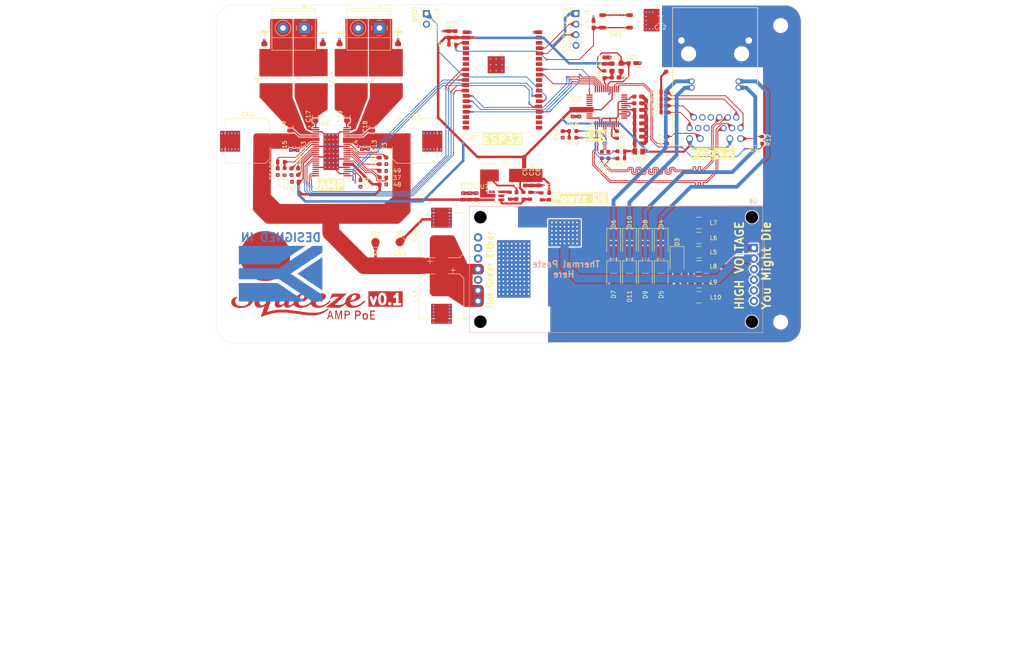
<source format=kicad_pcb>
(kicad_pcb (version 20241229) (generator "pcbnew") (generator_version "9.0")
  (layers (0 "F.Cu" signal) (4 "In1.Cu" power) (6 "In2.Cu" power) (2 "B.Cu" signal) (13 "F.Paste" user) (15 "B.Paste" user) (5 "F.SilkS" user "F.Silkscreen") (7 "B.SilkS" user "B.Silkscreen") (1 "F.Mask" user) (3 "B.Mask" user) (25 "Edge.Cuts" user))
  (net 0 "")
  (net 1 "+3.3V")
  (net 2 "GND")
  (net 3 "/ESP/EN")
  (net 5 "Net-(D1-K)")
  (net 6 "Net-(D11-A)")
  (net 7 "Net-(D10-K)")
  (net 8 "/LAN/ETH.TR4_TAP")
  (net 9 "/LAN/ETH.TR3_TAP")
  (net 10 "/LAN/ETH.TR2_TAP")
  (net 11 "/LAN/ETH.TR1_TAP")
  (net 12 "/ESP/TX")
  (net 13 "/ESP/RX")
  (net 14 "Net-(L5-Pad1)")
  (net 15 "Net-(U6-VIN+)")
  (net 16 "Net-(L6-Pad1)")
  (net 17 "Net-(U6-VIN-)")
  (net 18 "Net-(L8-Pad2)")
  (net 19 "Net-(L10-Pad1)")
  (net 21 "/ESP/LAN.~{SCS}")
  (net 22 "/ESP/LAN.~{INT}")
  (net 30 "/AMP/AMP.I2S_SD")
  (net 34 "/ESP/BOOT_OPT")
  (net 35 "/AMP/AMP.I2S_FS")
  (net 36 "/AMP/AMP.SCL")
  (net 37 "/ESP/LAN.SCLK")
  (net 38 "/ESP/LAN.~{RST}")
  (net 40 "/AMP/AMP.SDA")
  (net 42 "/ESP/LAN.MOSI")
  (net 44 "~{SPK_MUTE}")
  (net 45 "/ESP/LAN.MISO")
  (net 49 "~{SPK_FAULT}")
  (net 50 "/AMP/AMP.I2S_CLK")
  (net 51 "Net-(U2-DAC_OUTA)")
  (net 52 "Net-(U2-GVDD_REG)")
  (net 54 "Net-(U2-SPK_OUTA-)")
  (net 55 "Net-(U2-SPK_OUTB-)")
  (net 56 "Net-(U2-SPK_INA-)")
  (net 57 "Net-(U2-SPK_INA+)")
  (net 58 "Net-(U2-CN)")
  (net 61 "Net-(U2-SPK_OUTB+)")
  (net 63 "Net-(U2-BSTRPA+)")
  (net 64 "Net-(U2-SPK_INB-)")
  (net 65 "Net-(U2-BSTRPB-)")
  (net 66 "Net-(U2-SPK_GAIN{slash}FREQ)")
  (net 67 "Net-(U2-SPK_INB+)")
  (net 68 "Net-(U2-BSTRPB+)")
  (net 69 "Net-(U2-SPK_OUTA+)")
  (net 70 "Net-(U2-DAC_OUTB)")
  (net 71 "Net-(U2-DVDD_REG)")
  (net 72 "Net-(U2-CPVSS)")
  (net 73 "Net-(U2-CP)")
  (net 74 "Net-(U2-BSTRPA-)")
  (net 76 "/LAN/ETH.LEDY")
  (net 78 "/LAN/CLKIN")
  (net 79 "/LAN/ETH.TRD2-")
  (net 81 "/LAN/XO")
  (net 84 "/LAN/ETH.TRD2+")
  (net 85 "Net-(U3-EXRES1)")
  (net 88 "Net-(U3-TOCAP)")
  (net 90 "Net-(U3-1V2O)")
  (net 94 "/LAN/ETH.LEDG")
  (net 97 "/LAN/ETH.TRD1-")
  (net 99 "/LAN/ETH.TRD1+")
  (net 103 "Net-(U4-TRCT2)")
  (net 104 "Net-(U4-LEDY_K)")
  (net 105 "Net-(U4-TRCT3)")
  (net 107 "Net-(U4-TRCT4)")
  (net 108 "GNDPWR")
  (net 109 "Net-(U4-TRCT1)")
  (net 110 "Net-(U4-LEDG_K)")
  (net 114 "Net-(C41-Pad1)")
  (net 115 "Net-(C4-Pad1)")
  (net 116 "Net-(J3-Pin_1)")
  (net 117 "Net-(J3-Pin_2)")
  (net 118 "Net-(J4-Pin_2)")
  (net 119 "Net-(J4-Pin_1)")
  (net 120 "Net-(U7-SW)")
  (net 121 "Net-(U7-FB)")
  (net 123 "Net-(U7-BOOT)")
  (net 124 "+12V")
  (net 126 "+3.3VA")
  (net 127 "Net-(C52-Pad2)")
  (net 128 "/LAN/TRD2+")
  (net 129 "/LAN/TRD2-")
  (footprint "Capacitor_SMD:C_0603_1608Metric" (layer "F.Cu") (at 173.95 62 -90)
    (property "Reference" "C11")
    (property "Value" "6.8n" (hide yes))
  )
  (footprint "Capacitor_SMD:C_0603_1608Metric" (layer "F.Cu") (at 114.6 68.8 90)
    (property "Reference" "C50")
    (property "Value" "2u2" (hide yes))
  )
  (footprint "Connector_PinHeader_2.54mm:PinHeader_1x02_P2.54mm_Vertical" (layer "F.Cu") (at 130.4 28.15)
    (property "Reference" "J2")
    (property "Value" "Conn_01x02_Pin" (hide yes))
  )
  (footprint "Capacitor_SMD:C_0603_1608Metric" (layer "F.Cu") (at 142.375 71.9 -90)
    (property "Reference" "C7")
    (property "Value" "100n" (hide yes))
  )
  (footprint "Resistor_SMD:R_0603_1608Metric" (layer "F.Cu") (at 150.375 71.75 -90)
    (property "Reference" "R14" (hide yes))
    (property "Value" "30" (hide yes))
  )
  (footprint "Capacitor_SMD:C_0805_2012Metric" (layer "F.Cu") (at 117.4 55.2 90)
    (property "Reference" "C18")
    (property "Value" "220n" (hide yes))
  )
  (footprint "SqueezeAMPPOE:SqueezeAMP_POE_Logo" (layer "F.Cu") (at 100.25 96.6)
    (property "Reference" "G***" (hide yes))
    (property "Value" "LOGO" (hide yes))
  )
  (footprint "Capacitor_SMD:C_0603_1608Metric" (layer "F.Cu") (at 179.6 40)
    (property "Reference" "C30")
    (property "Value" "15p" (hide yes))
  )
  (footprint "Capacitor_SMD:C_0805_2012Metric" (layer "F.Cu") (at 105.6 36.4 90)
    (property "Reference" "C25" (hide yes))
    (property "Value" "680n" (hide yes))
  )
  (footprint "Resistor_SMD:R_0603_1608Metric" (layer "F.Cu") (at 177.025 61.1 180)
    (property "Reference" "R2")
    (property "Value" "49R9" (hide yes))
  )
  (footprint "Resistor_SMD:R_0603_1608Metric" (layer "F.Cu") (at 95.6 63.65)
    (property "Reference" "R5")
    (property "Value" "150k" (hide yes))
  )
  (footprint "Capacitor_SMD:C_0805_2012Metric" (layer "F.Cu") (at 103.8 52.75 90)
    (property "Reference" "C17")
    (property "Value" "220n" (hide yes))
  )
  (footprint "TerminalBlock_Phoenix:TerminalBlock_Phoenix_MKDS-1,5-2-5.08_1x02_P5.08mm_Horizontal" (layer "F.Cu") (at 119.145 31.6 180)
    (property "Reference" "J4" (hide yes))
    (property "Value" "Screw_Terminal_01x02" (hide yes))
  )
  (footprint "Resistor_SMD:R_0603_1608Metric" (layer "F.Cu") (at 187.4 48.6)
    (property "Reference" "R9")
    (property "Value" "75" (hide yes))
  )
  (footprint "TerminalBlock_Phoenix:TerminalBlock_Phoenix_MKDS-1,5-2-5.08_1x02_P5.08mm_Horizontal" (layer "F.Cu") (at 101.145 31.6 180)
    (property "Reference" "J3" (hide yes))
    (property "Value" "Screw_Terminal_01x02" (hide yes))
  )
  (footprint "Diode_SMD:D_SMA" (layer "F.Cu") (at 182.8 90.85 -90)
    (property "Reference" "D9")
    (property "Value" "SS36" (hide yes))
  )
  (footprint "Capacitor_SMD:C_0603_1608Metric" (layer "F.Cu") (at 120.8 63.4 -90)
    (property "Reference" "C23")
    (property "Value" "2u2" (hide yes))
  )
  (footprint "Resistor_SMD:R_0603_1608Metric" (layer "F.Cu") (at 188 58.4 90)
    (property "Reference" "R13")
    (property "Value" "1k" (hide yes))
  )
  (footprint "Capacitor_SMD:C_0603_1608Metric" (layer "F.Cu") (at 120 69)
    (property "Reference" "C48")
    (property "Value" "2u2" (hide yes))
  )
  (footprint "Diode_SMD:D_SMA" (layer "F.Cu") (at 179 90.85 -90)
    (property "Reference" "D11")
    (property "Value" "SS36" (hide yes))
  )
  (footprint "SqueezeAMPPOE:L_1210" (layer "F.Cu") (at 195.6 85.25)
    (property "Reference" "L5")
    (property "Value" "FBMH3225HM102NT" (hide yes))
  )
  (footprint "SqueezeAMPPOE:L_1210" (layer "F.Cu") (at 195.6 92.45)
    (property "Reference" "L9")
    (property "Value" "FBMH3225HM102NT" (hide yes))
  )
  (footprint "SqueezeAMPPOE:YSPI0530" (layer "F.Cu") (at 149.02 66.9)
    (property "Reference" "L11")
    (property "Value" "4.7uH" (hide yes))
  )
  (footprint "SqueezeAMPPOE:L_1210" (layer "F.Cu") (at 195.6 78.25)
    (property "Reference" "L7")
    (property "Value" "FBMH3225HM102NT" (hide yes))
  )
  (footprint "Resistor_SMD:R_0603_1608Metric" (layer "F.Cu") (at 176 57.15 -90)
    (property "Reference" "R7")
    (property "Value" "12.4k" (hide yes))
  )
  (footprint "Diode_SMD:D_SMA" (layer "F.Cu") (at 179 83.05 -90)
    (property "Reference" "D10")
    (property "Value" "SS36" (hide yes))
  )
  (footprint "SqueezeAMPPOE:L0805" (layer "F.Cu") (at 181.2 61.2 180)
    (property "Reference" "FB1")
    (property "Value" "MH2029-300Y" (hide yes))
  )
  (footprint "SqueezeAMPPOE:SMD3225-4P" (layer "F.Cu") (at 175.9 41)
    (property "Reference" "Y1")
    (property "Value" "XO32F025000GEHE001" (hide yes))
  )
  (footprint "Capacitor_SMD:C_0603_1608Metric" (layer "F.Cu") (at 181 54.4)
    (property "Reference" "C34" (hide yes))
    (property "Value" "100n" (hide yes))
  )
  (footprint "Inductor_SMD:L_Ferrocore_DLG-0703" (layer "F.Cu") (at 120.8 44 90)
    (property "Reference" "L3" (hide yes))
    (property "Value" "4.7u" (hide yes))
  )
  (footprint "Connector_PinHeader_2.54mm:PinHeader_1x04_P2.54mm_Vertical" (layer "F.Cu") (at 166.2 28.12)
    (property "Reference" "J1")
    (property "Value" "Conn_01x04_Pin" (hide yes))
  )
  (footprint "Capacitor_SMD:C_0603_1608Metric" (layer "F.Cu") (at 120 65.8 180)
    (property "Reference" "C49")
    (property "Value" "2u2" (hide yes))
  )
  (footprint "Capacitor_SMD:CP_Elec_10x12.5" (layer "F.Cu") (at 134 95.8 -90)
    (property "Reference" "C43")
    (property "Value" "1000u" (hide yes))
  )
  (footprint "Capacitor_SMD:CP_Elec_10x12.5" (layer "F.Cu") (at 127.6 58.6)
    (property "Reference" "C46")
    (property "Value" "1000u" (hide yes))
  )
  (footprint "Capacitor_SMD:CP_Elec_10x12.5" (layer "F.Cu") (at 87.6 58.6 180)
    (property "Reference" "C45")
    (property "Value" "1000u" (hide yes))
  )
  (footprint "Inductor_SMD:L_Ferrocore_DLG-0703" (layer "F.Cu") (at 112.4 44 90)
    (property "Reference" "L4")
    (property "Value" "4.7u" (hide yes))
  )
  (footprint "Capacitor_SMD:C_0603_1608Metric" (layer "F.Cu") (at 99 68.4 180)
    (property "Reference" "C47")
    (property "Value" "2u2" (hide yes))
  )
  (footprint "Capacitor_SMD:C_0603_1608Metric" (layer "F.Cu") (at 165.4 52 -90)
    (property "Reference" "C40")
    (property "Value" "10u" (hide yes))
  )
  (footprint "SqueezeAMPPOE:K2-1109SP-B4SA-01" (layer "F.Cu") (at 175.8 30)
    (property "Reference" "SW1")
    (property "Value" "SW_Push" (hide yes))
  )
  (footprint "Inductor_SMD:L_Ferrocore_DLG-0703" (layer "F.Cu") (at 94.4 44 90)
    (property "Reference" "L1")
    (property "Value" "4.7u" (hide yes))
  )
  (footprint "Resistor_SMD:R_0603_1608Metric" (layer "F.Cu") (at 187.4 47)
    (property "Reference" "R8")
    (property "Value" "75" (hide yes))
  )
  (footprint "Diode_SMD:D_SMA" (layer "F.Cu") (at 175.2 83.05 -90)
    (property "Reference" "D6")
    (property "Value" "SS36" (hide yes))
  )
  (footprint "Capacitor_SMD:C_0603_1608Metric" (layer "F.Cu") (at 114.95 59.8 90)
    (property "Reference" "C14")
    (property "Value" "100n" (hide yes))
  )
  (footprint "Capacitor_SMD:CP_Elec_10x12.5" (layer "F.Cu") (at 134 81.2 90)
    (property "Reference" "C44")
    (property "Value" "1000u" (hide yes))
  )
  (footprint "Capacitor_SMD:C_0603_1608Metric" (layer "F.Cu") (at 99.675 66 90)
    (property "Reference" "C20")
    (property "Value" "2u2" (hide yes))
  )
  (footprint "SqueezeAMPPOE:L_1210" (layer "F.Cu") (at 195.6 81.85 180)
    (property "Reference" "L6")
    (property "Value" "FBMH3225HM102NT" (hide yes))
  )
  (footprint "Capacitor_SMD:C_0603_1608Metric" (layer "F.Cu") (at 94.8 66 90)
    (property "Reference" "C51")
    (property "Value" "2u2" (hide yes))
  )
  (footprint "Resistor_SMD:R_0603_1608Metric" (layer "F.Cu") (at 210.8 58.4 90)
    (property "Reference" "R12")
    (property "Value" "1k" (hide yes))
  )
  (footprint "Resistor_SMD:R_0603_1608Metric" (layer "F.Cu") (at 173 42.675 90)
    (property "Reference" "R6")
    (property "Value" "1M" (hide yes))
  )
  (footprint "Capacitor_SMD:C_0603_1608Metric" (layer "F.Cu") (at 167 52 -90)
    (property "Reference" "C39")
    (property "Value" "100n" (hide yes))
  )
  (footprint "Capacitor_SMD:C_0603_1608Metric" (layer "F.Cu") (at 140.775 71.9 -90)
    (property "Reference" "C6")
    (property "Value" "10u" (hide yes))
  )
  (footprint "Capacitor_SMD:C_0805_2012Metric" (layer "F.Cu") (at 109.6 36.4 90)
    (property "Reference" "C26" (hide yes))
    (property "Value" "680n" (hide yes))
  )
  (footprint "Capacitor_SMD:C_0603_1608Metric" (layer "F.Cu") (at 187.8 41.225 90)
    (property "Reference" "C41" (hide yes))
    (property "Value" "1n" (hide yes))
  )
  (footprint "Capacitor_SMD:C_0603_1608Metric" (layer "F.Cu") (at 97.95 60.025 90)
    (property "Reference" "C15")
    (property "Value" "10u" (hide yes))
  )
  (footprint "Capacitor_SMD:C_0603_1608Metric" (layer "F.Cu") (at 151.975 71.75 90)
    (property "Reference" "C4" (hide yes))
    (property "Value" "100n" (hide yes))
  )
  (footprint "Capacitor_SMD:C_1206_3216Metric" (layer "F.Cu") (at 186.4 29.6 180)
    (property "Reference" "C42")
    (property "Value" "1n" (hide yes))
  )
  (footprint "Resistor_SMD:R_0603_1608Metric" (layer "F.Cu") (at 187.4 50.2)
    (property "Reference" "R10")
    (property "Value" "75" (hide yes))
  )
  (footprint "MountingHole:MountingHole_3.2mm_M3" (layer "F.Cu") (at 215.2 102)
    (property "Reference" "H3" (hide yes))
    (property "Value" "MountingHole" (hide yes))
  )
  (footprint "Capacitor_SMD:C_0603_1608Metric" (layer "F.Cu") (at 181 52.8)
    (property "Reference" "C32" (hide yes))
    (property "Value" "100n" (hide yes))
  )
  (footprint "Capacitor_SMD:C_0603_1608Metric" (layer "F.Cu") (at 175.6 43.475 180)
    (property "Reference" "C31")
    (property "Value" "15p" (hide yes))
  )
  (footprint "Capacitor_SMD:C_0603_1608Metric" (layer "F.Cu") (at 170.4 30.7 90)
    (property "Reference" "C3")
    (property "Value" "100n" (hide yes))
  )
  (footprint "Capacitor_SMD:C_0603_1608Metric" (layer "F.Cu") (at 116.5 59.8 90)
    (property "Reference" "C13")
    (property "Value" "10u")
  )
  (footprint "Resistor_SMD:R_0603_1608Metric" (layer "F.Cu") (at 165.4 56.25 180)
    (property "Reference" "R18")
    (property "Value" "49R9" (hide yes))
  )
  (footprint "Capacitor_SMD:C_0603_1608Metric" (layer "F.Cu") (at 135.8 33.1 90)
    (property "Reference" "C1")
    (property "Value" "10u" (hide yes))
  )
  (footprint "Capacitor_SMD:C_0603_1608Metric" (layer "F.Cu") (at 137.4 33.1 90)
    (property "Reference" "C2")
    (property "Value" "100n" (hide yes))
  )
  (footprint "Inductor_SMD:L_Ferrocore_DLG-0703" (layer "F.Cu") (at 102.8 43.9 90)
    (property "Reference" "L2")
    (property "Value" "4.7u" (hide yes))
  )
  (footprint "Capacitor_SMD:C_0603_1608Metric" (layer "F.Cu") (at 163 57.05 90)
    (property "Reference" "C52")
    (property "Value" "2u2" (hide yes))
  )
  (footprint "Resistor_SMD:R_0603_1608Metric" (layer "F.Cu") (at 177 62.81 180)
    (property "Reference" "R17")
    (property "Value" "49R9" (hide yes))
  )
  (footprint "Resistor_SMD:R_0603_1608Metric" (layer "F.Cu") (at 96.45 66 -90)
    (property "Reference" "R4")
    (property "Value" "750k" (hide yes))
  )
  (footprint "SqueezeAMPPOE:CONN_0826-1X1T-HS-F_BEL" (layer "F.Cu") (at 194.42 53)
    (property "Reference" "U4")
    (property "Value" "0826-1X1T-KL-F" (hide yes))
  )
  (footprint "Capacitor_SMD:C_0603_1608Metric" (layer "F.Cu") (at 120 67.4)
    (property "Reference" "C37")
    (property "Value" "2u2" (hide yes))
  )
  (footprint "MountingHole:MountingHole_3.2mm_M3" (layer "F.Cu") (at 85.2 102 90)
    (property "Reference" "H4" (hide yes))
    (property "Value" "MountingHole" (hide yes))
  )
  (footprint "Capacitor_SMD:C_0603_1608Metric" (layer "F.Cu") (at 181 56)
    (property "Reference" "C35" (hide yes))
    (property "Value" "100n" (hide yes))
  )
  (footprint "MountingHole:MountingHole_3.2mm_M3" (layer "F.Cu") (at 85.2 31)
    (property "Reference" "H2" (hide yes))
    (property "Value" "MountingHole" (hide yes))
  )
  (footprint "Capacitor_SMD:C_0603_1608Metric" (layer "F.Cu") (at 181 57.6)
    (property "Reference" "C36" (hide yes))
    (property "Value" "100n" (hide yes))
  )
  (footprint "Resistor_SMD:R_0603_1608Metric" (layer "F.Cu") (at 136.6 35.6)
    (property "Reference" "R3")
    (property "Value" "10k" (hide yes))
  )
  (footprint "Capacitor_SMD:C_0603_1608Metric" (layer "F.Cu") (at 139.175 71.9 -90)
    (property "Reference" "C5")
    (property "Value" "10u" (hide yes))
  )
  (footprint "Capacitor_SMD:C_0805_2012Metric" (layer "F.Cu") (at 97.8 55.2 90)
    (property "Reference" "C16")
    (property "Value" "220n" (hide yes))
  )
  (footprint "Capacitor_SMD:C_0603_1608Metric" (layer "F.Cu") (at 181 48)
    (property "Reference" "C28" (hide yes))
    (property "Value" "10n" (hide yes))
  )
  (footprint "TestPoint:TestPoint_Pad_D2.0mm" (layer "F.Cu") (at 124 82.85)
    (property "Reference" "TP2")
    (property "Value" "TestPoint" (hide yes))
  )
  (footprint "SqueezeAMPPOE:TPS56339DDCR" (layer "F.Cu") (at 147.175 71.75)
    (property "Reference" "U7")
    (property "Value" "TPS56339DDCR" (hide yes))
  )
  (footprint "Diode_SMD:D_SMA" (layer "F.Cu") (at 175.2 90.85 -90)
    (property "Reference" "D7")
    (property "Value" "SS36" (hide yes))
  )
  (footprint "Capacitor_SMD:C_0603_1608Metric" (layer "F.Cu") (at 181 49.6)
    (property "Reference" "C29" (hide yes))
    (property "Value" "4.7u" (hide yes))
  )
  (footprint "Diode_SMD:D_SMA" (layer "F.Cu") (at 186.6 83.05 -90)
    (property "Reference" "D4")
    (property "Value" "SS36" (hide yes))
  )
  (footprint "Capacitor_SMD:C_0603_1608Metric" (layer "F.Cu") (at 173 39.4 -90)
    (property "Reference" "C54")
    (property "Value" "100n" (hide yes))
  )
  (footprint "Diode_SMD:D_SMA" (layer "F.Cu") (at 182.8 83.05 -90)
    (property "Reference" "D8")
    (property "Value" "SS36" (hide yes))
  )
  (footprint "Diode_SMD:D_SMA" (layer "F.Cu") (at 186.6 90.85 -90)
    (property "Reference" "D5")
    (property "Value" "SS36" (hide yes))
  )
  (footprint "Capacitor_SMD:C_0603_1608Metric" (layer "F.Cu") (at 181 51.2)
    (property "Reference" "C33" (hide yes))
    (property "Value" "100n" (hide yes))
  )
  (footprint "Resistor_SMD:R_0603_1608Metric" (layer "F.Cu") (at 157.975 71.9 90)
    (property "Reference" "R1" (hide yes))
    (property "Value" "1K" (hide yes))
  )
  (footprint "Capacitor_SMD:C_0603_1608Metric" (layer "F.Cu") (at 155.575 68.5 90)
    (property "Reference" "C10")
    (property "Value" "22u" (hide yes))
  )
  (footprint "Resistor_SMD:R_0603_1608Metric" (layer "F.Cu") (at 187.4 51.8)
    (property "Reference" "R11")
    (property "Value" "75" (hide yes))
  )
  (footprint "Package_QFP:LQFP-48_7x7mm_P0.5mm" (layer "F.Cu") (at 173.6 50.4 90)
    (property "Reference" "U3")
    (property "Value" "W5500" (hide yes))
  )
  (footprint "Capacitor_SMD:C_0603_1608Metric" (layer "F.Cu") (at 153.975 68.5 90)
    (property "Reference" "C9")
    (property "Value" "100n" (hide yes))
  )
  (footprint "Capacitor_SMD:C_0603_1608Metric" (layer "F.Cu") (at 172.4 62 -90)
    (property "Reference" "C12")
    (property "Value" "6.8n" (hide yes))
  )
  (footprint "SqueezeAMPPOE:SOP50P810X120-49N" (layer "F.Cu") (at 107.6 61.2)
    (property "Reference" "U2")
    (property "Value" "TAS5756MDCAR" (hide yes))
  )
  (footprint "Resistor_SMD:R_0603_1608Metric" (layer "F.Cu") (at 155.225 71.75 -90)
    (property "Reference" "R15" (hide yes))
    (property "Value" "10K" (hide yes))
  )
  (footprint "TestPoint:TestPoint_Pad_D2.0mm" (layer "F.Cu") (at 118.2 82.85)
    (property "Reference" "TP1")
    (property "Value" "TestPoint" (hide yes))
  )
  (footprint "Capacitor_SMD:C_0603_1608Metric" (layer "F.Cu") (at 99.55 60.05 90)
    (property "Reference" "C53")
    (property "Value" "100n" (hide yes))
  )
  (footprint "Capacitor_SMD:C_0805_2012Metric" (layer "F.Cu") (at 91.6 36.4 90)
    (property "Reference" "C24" (hide yes))
    (property "Value" "680n" (hide yes))
  )
  (footprint "SqueezeAMPPOE:L_1210" (layer "F.Cu") (at 195.6 88.65 180)
    (property "Reference" "L8")
    (property "Value" "FBMH3225HM102NT" (hide yes))
  )
  (footprint "SqueezeAMPPOE:L_1210" (layer "F.Cu") (at 195.6 96.05 180)
    (property "Reference" "L10")
    (property "Value" "FBMH3225HM102NT" (hide yes))
  )
  (footprint "Capacitor_SMD:C_0603_1608Metric" (layer "F.Cu") (at 98.075 66 -90)
    (property "Reference" "C21")
    (property "Value" "2u2" (hide yes))
  )
  (footprint "Capacitor_SMD:C_0603_1608Metric" (layer "F.Cu") (at 119.2 63.4 90)
    (property "Reference" "C22")
    (property "Value" "2u2" (hide yes))
  )
  (footprint "Resistor_SMD:R_0603_1608Metric" (layer "F.Cu") (at 165.4 57.85 180)
    (property "Reference" "R19")
    (property "Value" "49R9" (hide yes))
  )
  (footprint "SqueezeAMPPOE:Logo" (layer "F.Cu") (at 91.8 86.2)
    (property "Reference" "G***" (hide yes))
    (property "Value" "LOGO" (hide yes))
  )
  (footprint "Capacitor_SMD:C_0603_1608Metric" (layer "F.Cu") (at 157.175 68.475 90)
    (property "Reference" "C8")
    (property "Value" "22u" (hide yes))
  )
  (footprint "Resistor_SMD:R_0603_1608Metric" (layer "F.Cu") (at 153.625 71.75 90)
    (property "Reference" "R16" (hide yes))
    (property "Value" "30.9K" (hide yes))
  )
  (footprint "Diode_SMD:D_SMA" (layer "F.Cu") (at 190.4 87.4 -90)
    (property "Reference" "D3")
    (property "Value" "SMAJ58A" (hide yes))
  )
  (footprint "Capacitor_SMD:C_0805_2012Metric" (layer "F.Cu") (at 123.6 36.4 90)
    (property "Reference" "C27" (hide yes))
    (property "Value" "680n" (hide yes))
  )
  (footprint "Capacitor_SMD:C_0805_2012Metric" (layer "F.Cu") (at 111.4 52.75 90)
    (property "Reference" "C19")
    (property "Value" "220n" (hide yes))
  )
  (footprint "SqueezeAMPPOE:XCVR_ESP32-WROVER-E-N4R8" (layer "F.Cu") (at 148.6 40.86)
    (property "Reference" "U1")
    (property "Value" "ESP32-WROVER-E-N4R8" (hide yes))
  )
  (footprint "MountingHole:MountingHole_3.2mm_M3" (layer "F.Cu") (at 215.2 31 90)
    (property "Reference" "H1" (hide yes))
    (property "Value" "MountingHole" (hide yes))
  )
  (footprint "Capacitor_SMD:C_0603_1608Metric" (layer "F.Cu") (at 181 59.2)
    (property "Reference" "C38" (hide yes))
    (property "Value" "10u" (hide yes))
  )
  (footprint "LED_SMD:LED_0603_1608Metric" (layer "F.Cu") (at 159.775 71.9125 90)
    (property "Reference" "D1")
    (property "Value" "Blue" (hide yes))
  )
  (footprint "Converter_DCDC:Converter_DCDC_Silvertel_Ag5810" (layer "B.Cu") (at 208.8 84.25 180)
    (property "Reference" "U6")
    (property "Value" "Ag5810" (hide yes))
  )
  (footprint "SqueezeAMPPOE:SA_Flag" (layer "B.Cu") (at 95.5 90.4)
    (property "Reference" "G***" (hide yes))
    (property "Value" "LOGO" (hide yes))
  )
  (gr_line (start 216.2 107) (end 84.2 107) (stroke (width 0.05)) (layer "Edge.Cuts"))
  (gr_line (start 84.2 26) (end 216.2 26) (stroke (width 0.05)) (layer "Edge.Cuts"))
  (gr_arc (start 216.2 26) (mid 219.028427 27.171573) (end 220.2 30) (stroke (width 0.05)) (layer "Edge.Cuts"))
  (gr_arc (start 220.2 103) (mid 219.028427 105.828427) (end 216.2 107) (stroke (width 0.05)) (layer "Edge.Cuts"))
  (gr_line (start 80.2 103) (end 80.2 30) (stroke (width 0.05)) (layer "Edge.Cuts"))
  (gr_arc (start 84.2 107) (mid 81.371573 105.828427) (end 80.2 103) (stroke (width 0.05)) (layer "Edge.Cuts"))
  (gr_arc (start 80.2 30) (mid 81.371573 27.171573) (end 84.2 26) (stroke (width 0.05)) (layer "Edge.Cuts"))
  (gr_line (start 220.2 30) (end 220.2 103) (stroke (width 0.05)) (layer "Edge.Cuts"))
  (gr_text "v0.1" (at 116.35 98.05 0) (layer "F.Cu" knockout) (effects (font (size 2.5 2.5) (thickness 0.6) (bold yes)) (justify left bottom)))
  (gr_text "DESIGNED IN" (at 95.55 81.75 0) (layer "B.Cu") (effects (font (size 2 2) (thickness 0.4) (bold yes)) (justify mirror)))
  (gr_text "ESP32" (at 148.55 58.3 0) (layer "F.SilkS" knockout) (effects (font (size 2 2) (thickness 0.4) (bold yes))))
  (gr_text "3v3" (at 163.6 28.05 90) (layer "F.SilkS") (effects (font (size 1 1))))
  (gr_text "Rx" (at 163.6 33.35 90) (layer "F.SilkS") (effects (font (size 1 1))))
  (gr_text "BOOT" (at 127.6 28.25 90) (layer "F.SilkS") (effects (font (size 1 1))))
  (gr_text "GND" (at 133 30.72 90) (layer "F.SilkS") (effects (font (size 1 1))))
  (gr_text "GND" (at 124 85.65 0) (layer "F.SilkS") (effects (font (size 1 1))))
  (gr_text "-" (at 105.6 32.6 0) (layer "F.SilkS") (effects (font (size 2 2) (thickness 0.5) (bold yes))))
  (gr_text "Tx" (at 163.6 30.75 90) (layer "F.SilkS") (effects (font (size 1 1))))
  (gr_text "+" (at 123.6 32.4 0) (layer "F.SilkS") (effects (font (size 2 2) (thickness 0.5) (bold yes))))
  (gr_text "PoE++" (at 193.45 62.9 0) (layer "F.SilkS" knockout) (effects (font (size 2 2) (thickness 0.4) (bold yes)) (justify left bottom)))
  (gr_text "GND" (at 163.6 35.95 90) (layer "F.SilkS") (effects (font (size 1 1))))
  (gr_text "AMP" (at 107.7 69.3 0) (layer "F.SilkS" knockout) (effects (font (size 2 2) (thickness 0.4) (bold yes))))
  (gr_text "-" (at 109.6 32.6 0) (layer "F.SilkS") (effects (font (size 2 2) (thickness 0.5) (bold yes))))
  (gr_text "HIGH VOLTAGE\n\nYou Might Die" (at 208.55 88.45 90) (layer "F.SilkS") (effects (font (size 2 2) (thickness 0.4) (bold yes))))
  (gr_text "+" (at 91.6 32.4 0) (layer "F.SilkS") (effects (font (size 2 2) (thickness 0.5) (bold yes))))
  (gr_text "Not Great Either" (at 145.65 89.45 90) (layer "F.SilkS") (effects (font (size 1.5 1.5) (thickness 0.3) (bold yes))))
  (gr_text "LAN" (at 171.25 57.45 0) (layer "F.SilkS" knockout) (effects (font (size 2 2) (thickness 0.4) (bold yes))))
  (gr_text "Power OK" (at 160.51 73.3975 0) (layer "F.SilkS" knockout) (effects (font (size 1.8 1.8) (thickness 0.36) (bold yes)) (justify left bottom)))
  (gr_text "12v" (at 118.2 85.45 0) (layer "F.SilkS") (effects (font (size 1 1))))
  (gr_text "Thermal Paste \nHere" (at 163.25 89.35 0) (layer "B.SilkS") (effects (font (size 1.5 1.5) (thickness 0.3) (bold yes)) (justify mirror)))
  (segment (start 100.225 68.375) (end 99.8 68.375) (width 0.3) (layer "F.Cu") (net 1))
  (segment (start 165.025 51.225) (end 165.4 51.225) (width 0.6) (layer "F.Cu") (net 1))
  (segment (start 102.978142 61.95) (end 100.9 64.028142) (width 0.3) (layer "F.Cu") (net 1))
  (segment (start 139.2 59.05) (end 133.2 53.05) (width 0.6) (layer "F.Cu") (net 1))
  (segment (start 173.05 40.125) (end 174.8 40.125) (width 0.5) (layer "F.Cu") (net 1))
  (segment (start 100.6 71.4) (end 118.2 71.4) (width 0.6) (layer "F.Cu") (net 1))
  (segment (start 135.8 33.875) (end 135.8 35.575) (width 0.6) (layer "F.Cu") (net 1))
  (segment (start 137.421665 33.85) (end 135.825 33.85) (width 0.6) (layer "F.Cu") (net 1))
  (segment (start 117.499 69) (end 119.225 69) (width 0.6) (layer "F.Cu") (net 1))
  (segment (start 133.2 53.05) (end 133.2 35.6) (width 0.6) (layer "F.Cu") (net 1))
  (segment (start 117.1 68.6) (end 117.1 68.601) (width 0.6) (layer "F.Cu") (net 1))
  (segment (start 142.6 62.45) (end 139.2 59.05) (width 0.6) (layer "F.Cu") (net 1))
  (segment (start 139.85 33.87) (end 137.441665 33.87) (width 0.6) (layer "F.Cu") (net 1))
  (segment (start 112.65 64.15) (end 117.1 68.6) (width 0.6) (layer "F.Cu") (net 1))
  (segment (start 135.825 33.85) (end 135.8 33.875) (width 0.6) (layer "F.Cu") (net 1))
  (segment (start 117.1 68.601) (end 117.499 69) (width 0.6) (layer "F.Cu") (net 1))
  (segment (start 118.2 71.4) (end 119.225 70.375) (width 0.6) (layer "F.Cu") (net 1))
  (segment (start 182.089 61.2) (end 183.45 61.2) (width 0.5) (layer "F.Cu") (net 1))
  (segment (start 159.775 68.9) (end 158.575 67.7) (width 0.5) (layer "F.Cu") (net 1))
  (segment (start 153.8 62.45) (end 142.6 62.45) (width 0.6) (layer "F.Cu") (net 1))
  (segment (start 100.9 64.028142) (end 100.9 67.7) (width 0.3) (layer "F.Cu") (net 1))
  (segment (start 112.65 64.1) (end 112.65 64.15) (width 0.6) (layer "F.Cu") (net 1))
  (segment (start 153.8 62.45) (end 153.8 65.85) (width 1) (layer "F.Cu") (net 1))
  (segment (start 172.875 40.05) (end 172.95 40.125) (width 0.3) (layer "F.Cu") (net 1))
  (segment (start 174.85 46.2375) (end 174.85 48.55) (width 0.3) (layer "F.Cu") (net 1))
  (segment (start 192 61.2) (end 193.404 59.796) (width 0.5) (layer "F.Cu") (net 1))
  (segment (start 137.441665 33.87) (end 137.421665 33.85) (width 0.6) (layer "F.Cu") (net 1))
  (segment (start 139.85 33.87) (end 141.98 33.87) (width 0.6) (layer "F.Cu") (net 1))
  (segment (start 135.896665 33.875) (end 135.796665 33.875) (width 0.6) (layer "F.Cu") (net 1))
  (segment (start 153.625 70.925) (end 153.625 70.75) (width 0.5) (layer "F.Cu") (net 1))
  (segment (start 99.8 68.375) (end 99.7875 68.3875) (width 0.3) (layer "F.Cu") (net 1))
  (segment (start 135.8 35.575) (end 135.775 35.6) (width 0.6) (layer "F.Cu") (net 1))
  (segment (start 99.775 70.25) (end 99.775 70.575) (width 0.6) (layer "F.Cu") (net 1))
  (segment (start 103.88 61.95) (end 102.978142 61.95) (width 0.3) (layer "F.Cu") (net 1))
  (segment (start 133.2 35.6) (end 134.925 33.875) (width 0.6) (layer "F.Cu") (net 1))
  (segment (start 99.7875 68.3875) (end 99.775 68.4) (width 0.3) (layer "F.Cu") (net 1))
  (segment (start 153.625 70.75) (end 152.775 69.9) (width 0.5) (layer "F.Cu") (net 1))
  (segment (start 152.775 69.9) (end 152.775 68.165) (width 0.5) (layer "F.Cu") (net 1))
  (segment (start 134.925 33.875) (end 135.8 33.875) (width 0.6) (layer "F.Cu") (net 1))
  (segment (start 100.9 67.7) (end 100.225 68.375) (width 0.3) (layer "F.Cu") (net 1))
  (segment (start 174.85 48.55) (end 172.25 51.15) (width 0.3) (layer "F.Cu") (net 1))
  (segment (start 183.45 61.2) (end 192 61.2) (width 0.5) (layer "F.Cu") (net 1))
  (segment (start 193.404 59.796) (end 193.404 58.08) (width 0.5) (layer "F.Cu") (net 1))
  (segment (start 141.98 33.87) (end 142 33.85) (width 0.6) (layer "F.Cu") (net 1))
  (segment (start 152.775 68.165) (end 151.51 66.9) (width 0.5) (layer "F.Cu") (net 1))
  (segment (start 119.225 70.375) (end 119.225 69) (width 0.6) (layer "F.Cu") (net 1))
  (segment (start 158.575 67.7) (end 157.175 67.7) (width 0.5) (layer "F.Cu") (net 1))
  (segment (start 172.25 51.15) (end 169.4375 51.15) (width 0.3) (layer "F.Cu") (net 1))
  (segment (start 99.775 68.4) (end 99.775 69.65) (width 0.6) (layer "F.Cu") (net 1))
  (segment (start 99.775 70.575) (end 100.6 71.4) (width 0.6) (layer "F.Cu") (net 1))
  (segment (start 159.775 71.125) (end 159.775 68.9) (width 0.5) (layer "F.Cu") (net 1))
  (segment (start 172 40.05) (end 172.875 40.05) (width 0.3) (layer "F.Cu") (net 1))
  (segment (start 153.8 62.45) (end 165.025 51.225) (width 0.6) (layer "F.Cu") (net 1))
  (via (at 139.2 59.05) (size 0.5) (drill 0.2) (layers "F.Cu" "B.Cu") (net 1))
  (via (at 142 33.85) (size 0.5) (drill 0.2) (layers "F.Cu" "B.Cu") (net 1))
  (via (at 162.9 53.35) (size 0.5) (drill 0.2) (layers "F.Cu" "B.Cu") (net 1))
  (via (at 183.45 61.2) (size 0.5) (drill 0.2) (layers "F.Cu" "B.Cu") (net 1))
  (via (at 172 40.05) (size 0.5) (drill 0.2) (layers "F.Cu" "B.Cu") (net 1))
  (via (at 99.775 70.25) (size 0.5) (drill 0.2) (layers "F.Cu" "B.Cu") (net 1))
  (via (at 99.775 69.65) (size 0.5) (drill 0.2) (layers "F.Cu" "B.Cu") (net 1))
  (segment (start 129.45 73.1) (end 101.4 73.1) (width 0.6) (layer "B.Cu") (net 1))
  (segment (start 166.2 28.12) (end 164.73 28.12) (width 0.6) (layer "B.Cu") (net 1))
  (segment (start 164.73 28.12) (end 163.6 29.25) (width 0.6) (layer "B.Cu") (net 1))
  (segment (start 139.2 63.35) (end 129.45 73.1) (width 0.6) (layer "B.Cu") (net 1))
  (segment (start 158.45 33.95) (end 160.55 36.05) (width 0.6) (layer "B.Cu") (net 1))
  (segment (start 203.056 58.08) (end 203.056 59.494) (width 0.5) (layer "B.Cu") (net 1))
  (segment (start 164.55 40.05) (end 160.55 36.05) (width 0.6) (layer "B.Cu") (net 1))
  (segment (start 101.4 73.1) (end 99.775 71.475) (width 0.6) (layer "B.Cu") (net 1))
  (segment (start 164 54.45) (end 176.7 54.45) (width 0.5) (layer "B.Cu") (net 1))
  (segment (start 202.2 60.35) (end 194.45 60.35) (width 0.5) (layer "B.Cu") (net 1))
  (segment (start 176.7 54.45) (end 183.45 61.2) (width 0.5) (layer "B.Cu") (net 1))
  (segment (start 139.2 59.05) (end 139.2 63.35) (width 0.6) (layer "B.Cu") (net 1))
  (segment (start 142.1 33.95) (end 158.45 33.95) (width 0.6) (layer "B.Cu") (net 1))
  (segment (start 194.45 60.35) (end 193.404 59.304) (width 0.5) (layer "B.Cu") (net 1))
  (segment (start 172 40.05) (end 164.55 40.05) (width 0.6) (layer "B.Cu") (net 1))
  (segment (start 162.9 53.35) (end 164 54.45) (width 0.5) (layer "B.Cu") (net 1))
  (segment (start 163.6 29.25) (end 163.6 33) (width 0.6) (layer "B.Cu") (net 1))
  (segment (start 203.056 59.494) (end 202.2 60.35) (width 0.5) (layer "B.Cu") (net 1))
  (segment (start 99.775 71.475) (end 99.775 70.25) (width 0.6) (layer "B.Cu") (net 1))
  (segment (start 163.6 33) (end 160.55 36.05) (width 0.6) (layer "B.Cu") (net 1))
  (segment (start 99.775 70.25) (end 99.775 69.65) (width 0.6) (layer "B.Cu") (net 1))
  (segment (start 142 33.85) (end 142.1 33.95) (width 0.6) (layer "B.Cu") (net 1))
  (segment (start 193.404 59.304) (end 193.404 58.08) (width 0.5) (layer "B.Cu") (net 1))
  (segment (start 91.6 35.45) (end 91.6 34.4) (width 0.6) (layer "F.Cu") (net 2))
  (segment (start 141.1 50.38) (end 139.85 50.38) (width 0.6) (layer "F.Cu") (net 2))
  (segment (start 106.639953 59.941) (end 107.166667 59.414286) (width 0.3) (layer "F.Cu") (net 2))
  (segment (start 140.825 71.125) (end 140.775 71.125) (width 0.6) (layer "F.Cu") (net 2))
  (segment (start 181.775 49.6) (end 182.95 49.6) (width 0.9) (layer "F.Cu") (net 2))
  (segment (start 183 51.25) (end 183 49.65) (width 0.9) (layer "F.Cu") (net 2))
  (segment (start 183 54.45) (end 183 54.4) (width 0.9) (layer "F.Cu") (net 2))
  (segment (start 103.88 62.45) (end 106.880953 62.45) (width 0.3) (layer "F.Cu") (net 2))
  (segment (start 129.45 77.4) (end 132.1 77.4) (width 0.6) (layer "F.Cu") (net 2))
  (segment (start 99.55 60.825) (end 97.975 60.825) (width 0.6) (layer "F.Cu") (net 2))
  (segment (start 109.633333 66.45) (end 108.133333 64.95) (width 0.3) (layer "F.Cu") (net 2))
  (segment (start 182.95 49.6) (end 183 49.65) (width 0.9) (layer "F.Cu") (net 2))
  (segment (start 177 42.85) (end 177 41.875) (width 0.3) (layer "F.Cu") (net 2))
  (segment (start 155.575 69.275) (end 157.15 69.275) (width 0.6) (layer "F.Cu") (net 2))
  (segment (start 180.375 40) (end 181.5 40) (width 0.9) (layer "F.Cu") (net 2))
  (segment (start 182.95 51.2) (end 183 51.25) (width 0.9) (layer "F.Cu") (net 2))
  (segment (start 181.775 57.6) (end 183 57.6) (width 0.9) (layer "F.Cu") (net 2))
  (segment (start 183 58.75) (end 183 57.6) (width 0.9) (layer "F.Cu") (net 2))
  (segment (start 179.1 52.05) (end 179.1 52.3) (width 0.3) (layer "F.Cu") (net 2))
  (segment (start 103.88 64.95) (end 106.2 64.95) (width 0.3) (layer "F.Cu") (net 2))
  (segment (start 178.9 51.65) (end 177.7625 51.65) (width 0.3) (layer "F.Cu") (net 2))
  (segment (start 176.375 43.475) (end 177 42.85) (width 0.3) (layer "F.Cu") (net 2))
  (segment (start 111.32 66.45) (end 109.633333 66.45) (width 0.3) (layer "F.Cu") (net 2))
  (segment (start 108.347619 62.95) (end 108.133333 62.735714) (width 0.3) (layer "F.Cu") (net 2))
  (segment (start 174.28 38.62) (end 173.005 38.62) (width 0.9) (layer "F.Cu") (net 2))
  (segment (start 155.225 70.925) (end 156.4 70.925) (width 0.5) (layer "F.Cu") (net 2))
  (segment (start 139.85 32.6) (end 141.05 32.6) (width 0.6) (layer "F.Cu") (net 2))
  (segment (start 181.775 52.8) (end 182.95 52.8) (width 0.9) (layer "F.Cu") (net 2))
  (segment (start 173.005 38.62) (end 173 38.625) (width 0.9) (layer "F.Cu") (net 2))
  (segment (start 182.55 59.2) (end 183 58.75) (width 0.9) (layer "F.Cu") (net 2))
  (segment (start 183 48.85) (end 182.15 48) (width 0.9) (layer "F.Cu") (net 2))
  (segment (start 171.85 54.5625) (end 171.85 53.2) (width 0.3) (layer "F.Cu") (net 2))
  (segment (start 156.425 70.95) (end 157.525 70.95) (width 0.5) (layer "F.Cu") (net 2))
  (segment (start 181.775 51.2) (end 182.95 51.2) (width 0.9) (layer "F.Cu") (net 2))
  (segment (start 111.32 62.95) (end 108.347619 62.95) (width 0.3) (layer "F.Cu") (net 2))
  (segment (start 182.95 52.8) (end 183 52.8) (width 0.9) (layer "F.Cu") (net 2))
  (segment (start 106.880953 62.45) (end 107.166667 62.735714) (width 0.3) (layer "F.Cu") (net 2))
  (segment (start 174.75 57.45) (end 175.275 57.975) (width 0.3) (layer "F.Cu") (net 2))
  (segment (start 157.35 32.6) (end 156.1 32.6) (width 0.6) (layer "F.Cu") (net 2))
  (segment (start 137.4 32.325) (end 135.8 32.325) (width 0.6) (layer "F.Cu") (net 2))
  (segment (start 174.35 46.2375) (end 174.35 47.15) (width 0.3) (layer "F.Cu") (net 2))
  (segment (start 174.75 56.75) (end 174.75 56) (width 0.3) (layer "F.Cu") (net 2))
  (segment (start 174.35 47.15) (end 174.1 47.4) (width 0.3) (layer "F.Cu") (net 2))
  (segment (start 181.775 54.4) (end 183 54.4) (width 0.9) (layer "F.Cu") (net 2))
  (segment (start 111.32 56.45) (end 109.783333 56.45) (width 0.3) (layer "F.Cu") (net 2))
  (segment (start 183 57.6) (end 183 57.55) (width 0.9) (layer "F.Cu") (net 2))
  (segment (start 183 52.8) (end 183 51.25) (width 0.9) (layer "F.Cu") (net 2))
  (segment (start 177.7625 50.15) (end 178.85 50.15) (width 0.3) (layer "F.Cu") (net 2))
  (segment (start 176.525 43.325) (end 176.525 43.125) (width 0.2) (layer "F.Cu") (net 2))
  (segment (start 171.8 53.15) (end 169.4375 53.15) (width 0.3) (layer "F.Cu") (net 2))
  (segment (start 103.88 59.95) (end 103.889 59.941) (width 0.3) (layer "F.Cu") (net 2))
  (segment (start 177.2 28.5) (end 174.2 28.5) (width 0.3) (layer "F.Cu") (net 2))
  (segment (start 181.775 56) (end 183 56) (width 0.9) (layer "F.Cu") (net 2))
  (segment (start 111.32 59.95) (end 108.669047 59.95) (width 0.3) (layer "F.Cu") (net 2))
  (segment (start 124 82.85) (end 129.45 77.4) (width 0.6) (layer "F.Cu") (net 2))
  (segment (start 183 54.4) (end 183 52.8) (width 0.9) (layer "F.Cu") (net 2))
  (segment (start 182.15 48) (end 181.775 48) (width 0.9) (layer "F.Cu") (net 2))
  (segment (start 156.4 70.925) (end 156.425 70.95) (width 0.5) (layer "F.Cu") (net 2))
  (segment (start 179.1 52.3) (end 178.75 52.65) (width 0.3) (layer "F.Cu") (net 2))
  (segment (start 170.4 29.925) (end 170.4 28.8) (width 0.4) (layer "F.Cu") (net 2))
  (segment (start 109.1 64.95) (end 111.32 64.95) (width 0.3) (layer "F.Cu") (net 2))
  (segment (start 142.43 84.65) (end 142.36 84.72) (width 0.6) (layer "F.Cu") (net 2))
  (segment (start 179.1 51.85) (end 178.9 51.65) (width 0.3) (layer "F.Cu") (net 2))
  (segment (start 181.775 59.2) (end 182.55 59.2) (width 0.9) (layer "F.Cu") (net 2))
  (segment (start 157.175 69.25) (end 158.375 69.25) (width 0.6) (layer "F.Cu") (net 2))
  (segment (start 171.85 53.2) (end 171.8 53.15) (width 0.3) (layer "F.Cu") (net 2))
  (segment (start 116.45 60.575) (end 116.5 60.575) (width 0.6) (layer "F.Cu") (net 2))
  (segment (start 179.1 28.5) (end 177.2 28.5) (width 0.3) (layer "F.Cu") (net 2))
  (segment (start 123.6 35.45) (end 123.6 34.25) (width 0.6) (layer "F.Cu") (net 2))
  (segment (start 97.975 60.825) (end 97.95 60.8) (width 0.6) (layer "F.Cu") (net 2))
  (segment (start 179.1 52.05) (end 179.1 51.85) (width 0.3) (layer "F.Cu") (net 2))
  (segment (start 183 49.65) (end 183 48.85) (width 0.9) (layer "F.Cu") (net 2))
  (segment (start 157.525 70.95) (end 157.65 71.075) (width 0.5) (layer "F.Cu") (net 2))
  (segment (start 109.6 35.45) (end 109.6 34.25) (width 0.6) (layer "F.Cu") (net 2))
  (segment (start 108.669047 59.95) (end 108.133333 59.414286) (width 0.3) (layer "F.Cu") (net 2))
  (segment (start 103.88 56.45) (end 105.383333 56.45) (width 0.3) (layer "F.Cu") (net 2))
  (segment (start 177.525 43.475) (end 176.375 43.475) (width 0.3) (layer "F.Cu") (net 2))
  (segment (start 174.85 55.9) (end 174.85 54.5625) (width 0.3) (layer "F.Cu") (net 2))
  (segment (start 175.275 57.975) (end 176 57.975) (width 0.3) (layer "F.Cu") (net 2))
  (segment (start 134.325 32.325) (end 135.8 32.325) (width 0.6) (layer "F.Cu") (net 2))
  (segment (start 157.65 71.075) (end 157.975 71.075) (width 0.5) (layer "F.Cu") (net 2))
  (segment (start 183 57.55) (end 183 56) (width 0.9) (layer "F.Cu") (net 2))
  (segment (start 174.75 56.75) (end 174.75 57.45) (width 0.3) (layer "F.Cu") (net 2))
  (segment (start 140.775 71.125) (end 139.175 71.125) (width 0.6) (layer "F.Cu") (net 2))
  (segment (start 103.889 59.941) (end 106.639953 59.941) (width 0.3) (layer "F.Cu") (net 2))
  (segment (start 105.383333 56.45) (end 106.133333 57.2) (width 0.3) (layer "F.Cu") (net 2))
  (segment (start 157.15 69.275) (end 157.175 69.25) (width 0.6) (layer "F.Cu") (net 2))
  (segment (start 167 52.775) (end 165.4 52.775) (width 0.5) (layer "F.Cu") (net 2))
  (segment (start 183 56) (end 183 54.45) (width 0.9) (layer "F.Cu") (net 2))
  (segment (start 174.2 28.5) (end 172.5 28.5) (width 0.3) (layer "F.Cu") (net 2))
  (segment (start 114.95 60.575) (end 116.45 60.575) (width 0.6) (layer "F.Cu") (net 2))
  (segment (start 109.783333 56.45) (end 109.033333 57.2) (width 0.3) (layer "F.Cu") (net 2))
  (segment (start 142.375 71.125) (end 140.825 71.125) (width 0.6) (layer "F.Cu") (net 2))
  (segment (start 178.85 50.15) (end 179.1 50.4) (width 0.3) (layer "F.Cu") (net 2))
  (segment (start 174.75 56) (end 174.85 55.9) (width 0.3) (layer "F.Cu") (net 2))
  (segment (start 153.975 69.275) (end 155.575 69.275) (width 0.6) (layer "F.Cu") (net 2))
  (segment (start 105.6 35.45) (end 105.6 34.25) (width 0.6) (layer "F.Cu") (net 2))
  (segment (start 178.75 52.65) (end 177.7625 52.65) (width 0.3) (layer "F.Cu") (net 2))
  (via (at 109.1 61.628571) (size 0.5) (drill 0.2) (layers "F.Cu" "B.Cu") (net 2))
  (via (at 83 60.6) (size 0.5) (drill 0.2) (layers "F.Cu" "B.Cu") (net 2))
  (via (at 83.8 60.6) (size 0.5) (drill 0.2) (layers "F.Cu" "B.Cu") (net 2))
  (via (at 156.1 32.6) (size 0.5) (drill 0.2) (layers "F.Cu" "B.Cu") (net 2))
  (via (at 84.6 56.8) (size 0.5) (drill 0.2) (layers "F.Cu" "B.Cu") (net 2))
  (via (at 135.9 75.8) (size 0.5) (drill 0.2) (layers "F.Cu" "B.Cu") (net 2))
  (via (at 133 60.6) (size 0.5) (drill 0.2) (layers "F.Cu" "B.Cu") (net 2))
  (via (at 133 56.8) (size 0.5) (drill 0.2) (layers "F.Cu" "B.Cu") (net 2))
  (via (at 132.1 100.4) (size 0.5) (drill 0.2) (layers "F.Cu" "B.Cu") (net 2))
  (via (at 108.066666 57.2) (size 0.5) (drill 0.2) (layers "F.Cu" "B.Cu") (net 2))
  (via (at 109.1 59.414286) (size 0.5) (drill 0.2) (layers "F.Cu" "B.Cu") (net 2))
  (via (at 109.1 63.842857) (size 0.5) (drill 0.2) (layers "F.Cu" "B.Cu") (net 2))
  (via (at 91.6 34.4) (size 0.5) (drill 0.2) (layers "F.Cu" "B.Cu") (net 2))
  (via (at 109.1 62.735714) (size 0.5) (drill 0.2) (layers "F.Cu" "B.Cu") (net 2))
  (via (at 85.4 60.6) (size 0.5) (drill 0.2) (layers "F.Cu" "B.Cu") (net 2))
  (via (at 109.083333 58.307143) (size 0.5) (drill 0.2) (layers "F.Cu" "B.Cu") (net 2))
  (via (at 135.9 102) (size 0.5) (drill 0.2) (layers "F.Cu" "B.Cu") (net 2))
  (via (at 132.2 60.6) (size 0.5) (drill 0.2) (layers "F.Cu" "B.Cu") (net 2))
  (via (at 135.9 77.4) (size 0.5) (drill 0.2) (layers "F.Cu" "B.Cu") (net 2))
  (via (at 132.2 56.8) (size 0.5) (drill 0.2) (layers "F.Cu" "B.Cu") (net 2))
  (via (at 132.1 77.4) (size 0.5) (drill 0.2) (layers "F.Cu" "B.Cu") (net 2))
  (via (at 97.975 60.825) (size 0.5) (drill 0.2) (layers "F.Cu" "B.Cu") (net 2))
  (via (at 108.133333 61.628571) (size 0.5) (drill 0.2) (layers "F.Cu" "B.Cu") (net 2))
  (via (at 135.9 76.6) (size 0.5) (drill 0.2) (layers "F.Cu" "B.Cu") (net 2))
  (via (at 131.4 56.8) (size 0.5) (drill 0.2) (layers "F.Cu" "B.Cu") (net 2))
  (via (at 132.1 98.8) (size 0.5) (drill 0.2) (layers "F.Cu" "B.Cu") (net 2))
  (via (at 134.325 32.325) (size 0.5) (drill 0.2) (layers "F.Cu" "B.Cu") (net 2))
  (via (at 132.1 101.2) (size 0.5) (drill 0.2) (layers "F.Cu" "B.Cu") (net 2))
  (via (at 132.1 76.6) (size 0.5) (drill 0.2) (layers "F.Cu" "B.Cu") (net 2))
  (via (at 156.425 70.95) (size 0.5) (drill 0.2) (layers "F.Cu" "B.Cu") (net 2))
  (via (at 145.7 41.8) (size 0.5) (drill 0.2) (layers "F.Cu" "B.Cu") (net 2))
  (via (at 98.075 66.775) (size 0.5) (drill 0.2) (layers "F.Cu" "B.Cu") (net 2))
  (via (at 81.4 56.8) (size 0.5) (drill 0.2) (layers "F.Cu" "B.Cu") (net 2))
  (via (at 183 27.8) (size 0.5) (drill 0.2) (layers "F.Cu" "B.Cu") (net 2))
  (via (at 179.1 52.05) (size 0.5) (drill 0.2) (layers "F.Cu" "B.Cu") (net 2))
  (via (at 177.2 28.5) (size 0.5) (drill 0.2) (layers "F.Cu" "B.Cu") (net 2))
  (via (at 167 52.775) (size 0.5) (drill 0.2) (layers "F.Cu" "B.Cu") (net 2))
  (via (at 147.1 41.8) (size 0.5) (drill 0.2) (layers "F.Cu" "B.Cu") (net 2))
  (via (at 183 54.45) (size 0.5) (drill 0.2) (layers "F.Cu" "B.Cu") (net 2))
  (via (at 177.525 43.475) (size 0.5) (drill 0.2) (layers "F.Cu" "B.Cu") (net 2))
  (via (at 106.2 64.95) (size 0.5) (drill 0.2) (layers "F.Cu" "B.Cu") (net 2))
  (via (at 107.166667 63.842857) (size 0.5) (drill 0.2) (layers "F.Cu" "B.Cu") (net 2))
  (via (at 141.1 50.38) (size 0.5) (drill 0.2) (layers "F.Cu" "B.Cu") (net 2))
  (via (at 142.375 71.125) (size 0.5) (drill 0.2) (layers "F.Cu" "B.Cu") (net 2))
  (via (at 184.6 27.8) (size 0.5) (drill 0.2) (layers "F.Cu" "B.Cu") (net 2))
  (via (at 132.1 102) (size 0.5) (drill 0.2) (layers "F.Cu" "B.Cu") (net 2))
  (via (at 107.1 57.2) (size 0.5) (drill 0.2) (layers "F.Cu" "B.Cu") (net 2))
  (via (at 183 28.8) (size 0.5) (drill 0.2) (layers "F.Cu" "B.Cu") (net 2))
  (via (at 148.5 40.4) (size 0.5) (drill 0.2) (layers "F.Cu" "B.Cu") (net 2))
  (via (at 108.133333 62.735714) (size 0.5) (drill 0.2) (layers "F.Cu" "B.Cu") (net 2))
  (via (at 139.175 71.125) (size 0.5) (drill 0.2) (layers "F.Cu" "B.Cu") (net 2))
  (via (at 107.166667 64.95) (size 0.5) (drill 0.2) (layers "F.Cu" "B.Cu") (net 2))
  (via (at 108.133333 64.95) (size 0.5) (drill 0.2) (layers "F.Cu" "B.Cu") (net 2))
  (via (at 135.9 101.2) (size 0.5) (drill 0.2) (layers "F.Cu" "B.Cu") (net 2))
  (via (at 107.15 58.307143) (size 0.5) (drill 0.2) (layers "F.Cu" "B.Cu") (net 2))
  (via (at 174.75 56.75) (size 0.5) (drill 0.2) (layers "F.Cu" "B.Cu") (net 2))
  (via (at 141.05 32.6) (size 0.5) (drill 0.2) (layers "F.Cu" "B.Cu") (net 2))
  (via (at 130.6 60.6) (size 0.5) (drill 0.2) (layers "F.Cu" "B.Cu") (net 2))
  (via (at 107.166667 62.735714) (size 0.5) (drill 0.2) (layers "F.Cu" "B.Cu") (net 2))
  (via (at 107.166667 60.521429) (size 0.5) (drill 0.2) (layers "F.Cu" "B.Cu") (net 2))
  (via (at 107.166667 59.414286) (size 0.5) (drill 0.2) (layers "F.Cu" "B.Cu") (net 2))
  (via (at 109.1 60.521429) (size 0.5) (drill 0.2) (layers "F.Cu" "B.Cu") (net 2))
  (via (at 106.2 61.628571) (size 0.5) (drill 0.2) (layers "F.Cu" "B.Cu") (net 2))
  (via (at 96.5 66.8) (size 0.5) (drill 0.2) (layers "F.Cu" "B.Cu") (net 2))
  (via (at 135.9 75) (size 0.5) (drill 0.2) (layers "F.Cu" "B.Cu") (net 2))
  (via (at 120.775 69) (size 0.5) (drill 0.2) (layers "F.Cu" "B.Cu") (net 2))
  (via (at 140.825 71.125) (size 0.5) (drill 0.2) (layers "F.Cu" "B.Cu") (net 2))
  (via (at 83 56.8) (size 0.5) (drill 0.2) (layers "F.Cu" "B.Cu") (net 2))
  (via (at 106.2 63.842857) (size 0.5) (drill 0.2) (layers "F.Cu" "B.Cu") (net 2))
  (via (at 94.8 66.8) (size 0.5) (drill 0.2) (layers "F.Cu" "B.Cu") (net 2))
  (via (at 174.1 47.4) (size 0.5) (drill 0.2) (layers "F.Cu" "B.Cu") (net 2))
  (via (at 145.7 40.4) (size 0.5) (drill 0.2) (layers "F.Cu" "B.Cu") (net 2))
  (via (at 174.2 28.5) (size 0.5) (drill 0.2) (layers "F.Cu" "B.Cu") (net 2))
  (via (at 147.1 40.4) (size 0.5) (drill 0.2) (layers "F.Cu" "B.Cu") (net 2))
  (via (at 130.6 56.8) (size 0.5) (drill 0.2) (layers "F.Cu" "B.Cu") (net 2))
  (via (at 133.8 56.8) (size 0.5) (drill 0.2) (layers "F.Cu" "B.Cu") (net 2))
  (via (at 131.4 60.6) (size 0.5) (drill 0.2) (layers "F.Cu" "B.Cu") (net 2))
  (via (at 174.28 38.62) (size 0.5) (drill 0.2) (layers "F.Cu" "B.Cu") (net 2))
  (via (at 183.8 31.8) (size 0.5) (drill 0.2) (layers "F.Cu" "B.Cu") (net 2))
  (via (at 135.9 98) (size 0.5) (drill 0.2) (layers "F.Cu" "B.Cu") (net 2))
  (via (at 145.7 39) (size 0.5) (drill 0.2) (layers "F.Cu" "B.Cu") (net 2))
  (via (at 106.2 59.414286) (size 0.5) (drill 0.2) (layers "F.Cu" "B.Cu") (net 2))
  (via (at 132.1 79) (size 0.5) (drill 0.2) (layers "F.Cu" "B.Cu") (net 2))
  (via (at 120.8 64.175) (size 0.5) (drill 0.2) (layers "F.Cu" "B.Cu") (net 2))
  (via (at 123.6 34.25) (size 0.5) (drill 0.2) (layers "F.Cu" "B.Cu") (net 2))
  (via (at 129.8 56.8) (size 0.5) (drill 0.2) (layers "F.Cu" "B.Cu") (net 2))
  (via (at 84.6 60.6) (size 0.5) (drill 0.2) (layers "F.Cu" "B.Cu") (net 2))
  (via (at 135.9 78.2) (size 0.5) (drill 0.2) (layers "F.Cu" "B.Cu") (net 2))
  (via (at 135.9 100.4) (size 0.5) (drill 0.2) (layers "F.Cu" "B.Cu") (net 2))
  (via (at 114.6 69.575) (size 0.5) (drill 0.2) (layers "F.Cu" "B.Cu") (net 2))
  (via (at 147.1 39) (size 0.5) (drill 0.2) (layers "F.Cu" "B.Cu") (net 2))
  (via (at 179.1 50.4) (size 0.5) (drill 0.2) (layers "F.Cu" "B.Cu") (net 2))
  (via (at 106.2 62.735714) (size 0.5) (drill 0.2) (layers "F.Cu" "B.Cu") (net 2))
  (via (at 182.95 52.8) (size 0.5) (drill 0.2) (layers "F.Cu" "B.Cu") (net 2))
  (via (at 116.45 60.575) (size 0.5) (drill 0.2) (layers "F.Cu" "B.Cu") (net 2))
  (via (at 129.8 60.6) (size 0.5) (drill 0.2) (layers "F.Cu" "B.Cu") (net 2))
  (via (at 135.9 99.6) (size 0.5) (drill 0.2) (layers "F.Cu" "B.Cu") (net 2))
  (via (at 99.55 60.825) (size 0.5) (drill 0.2) (layers "F.Cu" "B.Cu") (net 2))
  (via (at 183 56) (size 0.5) (drill 0.2) (layers "F.Cu" "B.Cu") (net 2))
  (via (at 132.1 75) (size 0.5) (drill 0.2) (layers "F.Cu" "B.Cu") (net 2))
  (via (at 132.1 98) (size 0.5) (drill 0.2) (layers "F.Cu" "B.Cu") (net 2))
  (via (at 114.95 60.575) (size 0.5) (drill 0.2) (layers "F.Cu" "B.Cu") (net 2))
  (via (at 106.183333 58.307143) (size 0.5) (drill 0.2) (layers "F.Cu" "B.Cu") (net 2))
  (via (at 135.9 79) (size 0.5) (drill 0.2) (layers "F.Cu" "B.Cu") (net 2))
  (via (at 82.2 56.8) (size 0.5) (drill 0.2) (layers "F.Cu" "B.Cu") (net 2))
  (via (at 133.8 60.6) (size 0.5) (drill 0.2) (layers "F.Cu" "B.Cu") (net 2))
  (via (at 108.116666 58.307143) (size 0.5) (drill 0.2) (layers "F.Cu" "B.Cu") (net 2))
  (via (at 183 51.25) (size 0.5) (drill 0.2) (layers "F.Cu" "B.Cu") (net 2))
  (via (at 108.133333 63.842857) (size 0.5) (drill 0.2) (layers "F.Cu" "B.Cu") (net 2))
  (via (at 132.1 75.8) (size 0.5) (drill 0.2) (layers "F.Cu" "B.Cu") (net 2))
  (via (at 98.225 68.4) (size 0.5) (drill 0.2) (layers "F.Cu" "B.Cu") (net 2))
  (via (at 158.375 69.25) (size 0.5) (drill 0.2) (layers "F.Cu" "B.Cu") (net 2))
  (via (at 163 57.825) (size 0.5) (drill 0.2) (layers "F.Cu" "B.Cu") (net 2))
  (via (at 148.5 41.8) (size 0.5) (drill 0.2) (layers "F.Cu" "B.Cu") (net 2))
  (via (at 105.6 34.25) (size 0.5) (drill 0.2) (layers "F.Cu" "B.Cu") (net 2))
  (via (at 132.1 99.6) (size 0.5) (drill 0.2) (layers "F.Cu" "B.Cu") (net 2))
  (via (at 109.033333 57.2) (size 0.5) (drill 0.2) (layers "F.Cu" "B.Cu") (net 2))
  (via (at 184.6 31.8) (size 0.5) (drill 0.2) (layers "F.Cu" "B.Cu") (net 2))
  (via (at 165.4 52.775) (size 0.5) (drill 0.2) (layers "F.Cu" "B.Cu") (net 2))
  (via (at 183 30.8) (size 0.5) (drill 0.2) (layers "F.Cu" "B.Cu") (net 2))
  (via (at 106.133333 57.2) (size 0.5) (drill 0.2) (layers "F.Cu" "B.Cu") (net 2))
  (via (at 83.8 56.8) (size 0.5) (drill 0.2) (layers "F.Cu" "B.Cu") (net 2))
  (via (at 108.133333 60.521429) (size 0.5) (drill 0.2) (layers "F.Cu" "B.Cu") (net 2))
  (via (at 148.5 39) (size 0.5) (drill 0.2) (layers "F.Cu" "B.Cu") (net 2))
  (via (at 109.1 64.95) (size 0.5) (drill 0.2) (layers "F.Cu" "B.Cu") (net 2))
  (via (at 183.8 27.8) (size 0.5) (drill 0.2) (layers "F.Cu" "B.Cu") (net 2))
  (via (at 135.9 98.8) (size 0.5) (drill 0.2) (layers "F.Cu" "B.Cu") (net 2))
  (via (at 107.166667 61.628571) (size 0.5) (drill 0.2) (layers "F.Cu" "B.Cu") (net 2))
  (via (at 108.133333 59.414286) (size 0.5) (drill 0.2) (layers "F.Cu" "B.Cu") (net 2))
  (via (at 82.2 60.6) (size 0.5) (drill 0.2) (layers "F.Cu" "B.Cu") (net 2))
  (via (at 183 31.8) (size 0.5) (drill 0.2) (layers "F.Cu" "B.Cu") (net 2))
  (via (at 183 57.55) (size 0.5) (drill 0.2) (layers "F.Cu" "B.Cu") (net 2))
  (via (at 182.95 49.6) (size 0.5) (drill 0.2) (layers "F.Cu" "B.Cu") (net 2))
  (via (at 171.8 53.15) (size 0.5) (drill 0.2) (layers "F.Cu" "B.Cu") (net 2))
  (via (at 132.1 78.2) (size 0.5) (drill 0.2) (layers "F.Cu" "B.Cu") (net 2))
  (via (at 183 29.8) (size 0.5) (drill 0.2) (layers "F.Cu" "B.Cu") (net 2))
  (via (at 146.02 70.8) (size 0.5) (drill 0.2) (layers "F.Cu" "B.Cu") (net 2))
  (via (at 85.4 56.8) (size 0.5) (drill 0.2) (layers "F.Cu" "B.Cu") (net 2))
  (via (at 181.5 40) (size 0.5) (drill 0.2) (layers "F.Cu" "B.Cu") (net 2))
  (via (at 109.6 34.25) (size 0.5) (drill 0.2) (layers "F.Cu" "B.Cu") (net 2))
  (via (at 120.8 65.8) (size 0.5) (drill 0.2) (layers "F.Cu" "B.Cu") (net 2))
  (via (at 170.4 28.8) (size 0.5) (drill 0.2) (layers "F.Cu" "B.Cu") (net 2))
  (via (at 106.2 60.521429) (size 0.5) (drill 0.2) (layers "F.Cu" "B.Cu") (net 2))
  (via (at 81.4 60.6) (size 0.5) (drill 0.2) (layers "F.Cu" "B.Cu") (net 2))
  (segment (start 138.41 35.14) (end 139.85 35.14) (width 0.2) (layer "F.Cu") (net 3))
  (segment (start 137.45 36.75) (end 137.45 35.625) (width 0.2) (layer "F.Cu") (net 3))
  (segment (start 167.8 38.35) (end 167 39.15) (width 0.2) (layer "F.Cu") (net 3))
  (segment (start 170.4 35.75) (end 167.8 38.35) (width 0.2) (layer "F.Cu") (net 3))
  (segment (start 179.1 31.5) (end 172.5 31.5) (width 0.3) (layer "F.Cu") (net 3))
  (segment (start 170.5 31.475) (end 170.4 31.475) (width 0.3) (layer "F.Cu") (net 3))
  (segment (start 172.5 31.5) (end 170.525 31.5) (width 0.3) (layer "F.Cu") (net 3))
  (segment (start 137.425 35.6) (end 137.95 35.6) (width 0.2) (layer "F.Cu") (net 3))
  (segment (start 137.95 35.6) (end 138.41 35.14) (width 0.2) (layer "F.Cu") (net 3))
  (segment (start 170.525 31.5) (end 170.5 31.475) (width 0.3) (layer "F.Cu") (net 3))
  (segment (start 170.4 31.475) (end 170.4 35.75) (width 0.2) (layer "F.Cu") (net 3))
  (segment (start 167 39.15) (end 159.1 39.15) (width 0.2) (layer "F.Cu") (net 3))
  (segment (start 137.45 35.625) (end 137.425 35.6) (width 0.2) (layer "F.Cu") (net 3))
  (via (at 137.45 36.75) (size 0.5) (drill 0.2) (layers "F.Cu" "B.Cu") (net 3))
  (via (at 159.1 39.15) (size 0.5) (drill 0.2) (layers "F.Cu" "B.Cu") (net 3))
  (segment (start 159.1 39.15) (end 157.1 37.15) (width 0.2) (layer "B.Cu") (net 3))
  (segment (start 157.1 37.15) (end 137.85 37.15) (width 0.2) (layer "B.Cu") (net 3))
  (segment (start 137.85 37.15) (end 137.45 36.75) (width 0.2) (layer "B.Cu") (net 3))
  (segment (start 157.975 72.725) (end 159.75 72.725) (width 0.5) (layer "F.Cu") (net 5))
  (segment (start 159.75 72.725) (end 159.775 72.7) (width 0.5) (layer "F.Cu") (net 5))
  (segment (start 193.8 96.2) (end 190.4 92.8) (width 0.9) (layer "F.Cu") (net 6))
  (segment (start 188.7 92.8) (end 190.4 91.1) (width 0.9) (layer "F.Cu") (net 6))
  (segment (start 179 92.8) (end 182.8 92.8) (width 0.9) (layer "F.Cu") (net 6))
  (segment (start 190.4 92.8) (end 190.4 89.4) (width 0.9) (layer "F.Cu") (net 6))
  (segment (start 190.4 91.1) (end 190.4 89.4) (width 0.9) (layer "F.Cu") (net 6))
  (segment (start 182.8 92.8) (end 186.5 92.8) (width 0.9) (layer "F.Cu") (net 6))
  (segment (start 186.5 92.8) (end 188.7 92.8) (width 0.9) (layer "F.Cu") (net 6))
  (segment (start 175.2 92.8) (end 179 92.8) (width 0.9) (layer "F.Cu") (net 6))
  (segment (start 188 81) (end 190.4 83.4) (width 0.9) (layer "F.Cu") (net 7))
  (segment (start 193.8 78.2) (end 190.4 81.6) (width 0.9) (layer "F.Cu") (net 7))
  (segment (start 175.2 81) (end 179 81) (width 0.9) (layer "F.Cu") (net 7))
  (segment (start 190.4 83.4) (end 190.4 85.4) (width 0.9) (layer "F.Cu") (net 7))
  (segment (start 190.4 81.6) (end 190.4 85.4) (width 0.9) (layer "F.Cu") (net 7))
  (segment (start 179 81) (end 182.8 81) (width 0.9) (layer "F.Cu") (net 7))
  (segment (start 182.8 81) (end 186.5 81) (width 0.9) (layer "F.Cu") (net 7))
  (segment (start 186.5 81) (end 188 81) (width 0.9) (layer "F.Cu") (net 7))
  (segment (start 186.5 86.9) (end 186.5 88.8) (width 0.9) (layer "F.Cu") (net 8))
  (segment (start 186.5 85) (end 186.5 86.9) (width 0.9) (layer "F.Cu") (net 8))
  (via (at 186.5 86.9) (size 0.5) (drill 0.2) (layers "F.Cu" "B.Cu") (net 8))
  (segment (start 212 47) (end 212 62.3) (width 0.9) (layer "B.Cu") (net 8))
  (segment (start 186.5 76.8) (end 186.5 86.9) (width 0.9) (layer "B.Cu") (net 8))
  (segment (start 193.7 69.6) (end 186.5 76.8) (width 0.9) (layer "B.Cu") (net 8))
  (segment (start 205.091 44.36) (end 209.36 44.36) (width 0.9) (layer "B.Cu") (net 8))
  (segment (start 204.7 69.6) (end 193.7 69.6) (width 0.9) (layer "B.Cu") (net 8))
  (segment (start 209.36 44.36) (end 212 47) (width 0.9) (layer "B.Cu") (net 8))
  (segment (start 212 62.3) (end 204.7 69.6) (width 0.9) (layer "B.Cu") (net 8))
  (segment (start 175.2 86.8) (end 175.2 85) (width 0.9) (layer "F.Cu") (net 9))
  (segment (start 175.2 86.9) (end 175.2 88.8) (width 0.9) (layer "F.Cu") (net 9))
  (segment (start 175.2 86.8) (end 175.2 86.9) (width 0.9) (layer "F.Cu") (net 9))
  (via (at 175.2 86.9) (size 0.5) (drill 0.2) (layers "F.Cu" "B.Cu") (net 9))
  (segment (start 187.7 60.3) (end 187.7 46.7) (width 0.9) (layer "B.Cu") (net 9))
  (segment (start 187.7 46.7) (end 190.04 44.36) (width 0.9) (layer "B.Cu") (net 9))
  (segment (start 175.2 72.8) (end 187.7 60.3) (width 0.9) (layer "B.Cu") (net 9))
  (segment (start 175.2 86.9) (end 175.2 72.8) (width 0.9) (layer "B.Cu") (net 9))
  (segment (start 190.04 44.36) (end 193.909 44.36) (width 0.9) (layer "B.Cu") (net 9))
  (segment (start 182.8 86.9) (end 182.8 88.8) (width 0.9) (layer "F.Cu") (net 10))
  (segment (start 182.8 85) (end 182.8 86.9) (width 0.9) (layer "F.Cu") (net 10))
  (via (at 182.8 86.9) (size 0.5) (drill 0.2) (layers "F.Cu" "B.Cu") (net 10))
  (segment (start 209.1 48) (end 209.1 60.6) (width 0.9) (layer "B.Cu") (net 10))
  (segment (start 205.091 45.89) (end 206.99 45.89) (width 0.9) (layer "B.Cu") (net 10))
  (segment (start 206.99 45.89) (end 209.1 48) (width 0.9) (layer "B.Cu") (net 10))
  (segment (start 203.6 66.1) (end 192 66.1) (width 0.9) (layer "B.Cu") (net 10))
  (segment (start 209.1 60.6) (end 203.6 66.1) (width 0.9) (layer "B.Cu") (net 10))
  (segment (start 192 66.1) (end 182.8 75.3) (width 0.9) (layer "B.Cu") (net 10))
  (segment (start 182.8 75.3) (end 182.8 86.9) (width 0.9) (layer "B.Cu") (net 10))
  (segment (start 179 86.9) (end 179 88.8) (width 0.9) (layer "F.Cu") (net 11))
  (segment (start 179 86.8) (end 179 85) (width 0.9) (layer "F.Cu") (net 11))
  (segment (start 179 86.8) (end 179 86.9) (width 0.9) (layer "F.Cu") (net 11))
  (via (at 179 86.9) (size 0.5) (drill 0.2) (layers "F.Cu" "B.Cu") (net 11))
  (segment (start 190.3 62) (end 190.3 47.8) (width 0.9) (layer "B.Cu") (net 11))
  (segment (start 192.21 45.89) (end 193.909 45.89) (width 0.9) (layer "B.Cu") (net 11))
  (segment (start 179 73.3) (end 190.3 62) (width 0.9) (layer "B.Cu") (net 11))
  (segment (start 179 86.9) (end 179 73.3) (width 0.9) (layer "B.Cu") (net 11))
  (segment (start 190.3 47.8) (end 192.21 45.89) (width 0.9) (layer "B.Cu") (net 11))
  (segment (start 158.84 36.41) (end 157.35 36.41) (width 0.2) (layer "F.Cu") (net 12))
  (segment (start 164.59 30.66) (end 158.84 36.41) (width 0.2) (layer "F.Cu") (net 12))
  (segment (start 166.2 30.66) (end 164.59 30.66) (width 0.2) (layer "F.Cu") (net 12))
  (segment (start 157.35 37.68) (end 159.37 37.68) (width 0.2) (layer "F.Cu") (net 13))
  (segment (start 159.37 37.68) (end 163.8 33.25) (width 0.2) (layer "F.Cu") (net 13))
  (segment (start 163.8 33.25) (end 166.15 33.25) (width 0.2) (layer "F.Cu") (net 13))
  (segment (start 166.15 33.25) (end 166.2 33.2) (width 0.2) (layer "F.Cu") (net 13))
  (segment (start 193.8 81.8) (end 193.8 85.4) (width 0.9) (layer "F.Cu") (net 14))
  (segment (start 197.4 85.25) (end 201.6 85.25) (width 0.9) (layer "F.Cu") (net 15))
  (segment (start 202.6 84.25) (end 208.8 84.25) (width 0.9) (layer "F.Cu") (net 15))
  (segment (start 201.6 85.25) (end 202.6 84.25) (width 0.9) (layer "F.Cu") (net 15))
  (segment (start 197.4 81.8) (end 197.4 78.2) (width 0.9) (layer "F.Cu") (net 16))
  (segment (start 202.2 88.65) (end 204.06 86.79) (width 0.9) (layer "F.Cu") (net 17))
  (segment (start 204.06 86.79) (end 208.8 86.79) (width 0.9) (layer "F.Cu") (net 17))
  (segment (start 197.4 88.65) (end 202.2 88.65) (width 0.9) (layer "F.Cu") (net 17))
  (segment (start 200.25 91.6) (end 166.6 91.6) (width 2) (layer "B.Cu") (net 17))
  (segment (start 208.8 86.79) (end 205.06 86.79) (width 2) (layer "B.Cu") (net 17))
  (segment (start 166.6 91.6) (end 163.445 88.445) (width 2) (layer "B.Cu") (net 17))
  (segment (start 205.06 86.79) (end 200.25 91.6) (width 2) (layer "B.Cu") (net 17))
  (segment (start 163.445 88.445) (end 163.445 80.64) (width 2) (layer "B.Cu") (net 17))
  (segment (start 193.8 92.6) (end 193.8 89) (width 0.9) (layer "F.Cu") (net 18))
  (segment (start 197.4 92.6) (end 197.4 96.2) (width 0.9) (layer "F.Cu") (net 19))
  (segment (start 167.7 43.3) (end 170.7 43.3) (width 0.2) (layer "F.Cu") (net 21))
  (segment (start 172.85 45.45) (end 172.85 46.2375) (width 0.2) (layer "F.Cu") (net 21))
  (segment (start 159.8 51.65) (end 157.35 51.65) (width 0.2) (layer "F.Cu") (net 21))
  (segment (start 170.7 43.3) (end 172.85 45.45) (width 0.2) (layer "F.Cu") (net 21))
  (segment (start 167.1 42.7) (end 167.7 43.3) (width 0.2) (layer "F.Cu") (net 21))
  (segment (start 160.15 51.3) (end 159.8 51.65) (width 0.2) (layer "F.Cu") (net 21))
  (via (at 167.1 42.7) (size 0.5) (drill 0.2) (layers "F.Cu" "B.Cu") (net 21))
  (via (at 160.15 51.3) (size 0.5) (drill 0.2) (layers "F.Cu" "B.Cu") (net 21))
  (segment (start 160.15 51.3) (end 167.05 44.4) (width 0.2) (layer "B.Cu") (net 21))
  (segment (start 167.05 42.75) (end 167.1 42.7) (width 0.2) (layer "B.Cu") (net 21))
  (segment (start 167.05 44.4) (end 167.05 42.75) (width 0.2) (layer "B.Cu") (net 21))
  (segment (start 170.35 44.95) (end 160.75 44.95) (width 0.2) (layer "F.Cu") (net 22))
  (segment (start 158.56 42.76) (end 157.35 42.76) (width 0.2) (layer "F.Cu") (net 22))
  (segment (start 160.75 44.95) (end 158.56 42.76) (width 0.2) (layer "F.Cu") (net 22))
  (segment (start 170.85 45.45) (end 170.35 44.95) (width 0.2) (layer "F.Cu") (net 22))
  (segment (start 170.85 46.2375) (end 170.85 45.45) (width 0.2) (layer "F.Cu") (net 22))
  (segment (start 103.88 66.95) (end 102.85 66.95) (width 0.2) (layer "F.Cu") (net 30))
  (segment (start 102.903549 69.646451) (end 102.9 69.65) (width 0.2) (layer "F.Cu") (net 30))
  (segment (start 102.85 66.95) (end 102.75 67.05) (width 0.2) (layer "F.Cu") (net 30))
  (segment (start 138.91 41.49) (end 139.85 41.49) (width 0.2) (layer "F.Cu") (net 30))
  (segment (start 135.05 45.95) (end 135.05 45.35) (width 0.2) (layer "F.Cu") (net 30))
  (segment (start 135.05 45.35) (end 138.91 41.49) (width 0.2) (layer "F.Cu") (net 30))
  (segment (start 102.903549 68.103549) (end 102.903549 69.646451) (width 0.2) (layer "F.Cu") (net 30))
  (segment (start 102.75 67.05) (end 102.75 67.95) (width 0.2) (layer "F.Cu") (net 30))
  (segment (start 102.75 67.95) (end 102.903549 68.103549) (width 0.2) (layer "F.Cu") (net 30))
  (via (at 135.05 45.95) (size 0.5) (drill 0.2) (layers "F.Cu" "B.Cu") (net 30))
  (via (at 102.9 69.65) (size 0.5) (drill 0.2) (layers "F.Cu" "B.Cu") (net 30))
  (segment (start 126.5 70.75) (end 103.25 70.75) (width 0.2) (layer "B.Cu") (net 30))
  (segment (start 103.25 70.75) (end 102.9 70.4) (width 0.2) (layer "B.Cu") (net 30))
  (segment (start 135.05 45.95) (end 135.05 62.2) (width 0.2) (layer "B.Cu") (net 30))
  (segment (start 102.9 70.4) (end 102.9 69.65) (width 0.2) (layer "B.Cu") (net 30))
  (segment (start 135.05 62.2) (end 126.5 70.75) (width 0.2) (layer "B.Cu") (net 30))
  (segment (start 158.49 49.11) (end 159 48.6) (width 0.2) (layer "F.Cu") (net 34))
  (segment (start 157.35 49.11) (end 158.49 49.11) (width 0.2) (layer "F.Cu") (net 34))
  (via (at 159 48.6) (size 0.5) (drill 0.2) (layers "F.Cu" "B.Cu") (net 34))
  (segment (start 159 48.6) (end 159 47.9) (width 0.2) (layer "B.Cu") (net 34))
  (segment (start 133 36.9) (end 133 30.75) (width 0.2) (layer "B.Cu") (net 34))
  (segment (start 154.4 43.3) (end 139.4 43.3) (width 0.2) (layer "B.Cu") (net 34))
  (segment (start 139.4 43.3) (end 133 36.9) (width 0.2) (layer "B.Cu") (net 34))
  (segment (start 159 47.9) (end 154.4 43.3) (width 0.2) (layer "B.Cu") (net 34))
  (segment (start 133 30.75) (end 130.4 28.15) (width 0.2) (layer "B.Cu") (net 34))
  (segment (start 112.85 67.95) (end 112.849 67.949) (width 0.2) (layer "F.Cu") (net 35))
  (segment (start 112.65 66.95) (end 111.32 66.95) (width 0.2) (layer "F.Cu") (net 35))
  (segment (start 138.25 44.05) (end 138.27 44.03) (width 0.2) (layer "F.Cu") (net 35))
  (segment (start 112.849 67.949) (end 112.849 67.149) (width 0.2) (layer "F.Cu") (net 35))
  (segment (start 138.27 44.03) (end 139.85 44.03) (width 0.2) (layer "F.Cu") (net 35))
  (segment (start 112.849 67.149) (end 112.65 66.95) (width 0.2) (layer "F.Cu") (net 35))
  (via (at 138.25 44.05) (size 0.5) (drill 0.2) (layers "F.Cu" "B.Cu") (net 35))
  (via (at 112.85 67.95) (size 0.5) (drill 0.2) (layers "F.Cu" "B.Cu") (net 35))
  (segment (start 134.3 44.05) (end 112.85 65.5) (width 0.2) (layer "B.Cu") (net 35))
  (segment (start 112.85 65.5) (end 112.85 67.95) (width 0.2) (layer "B.Cu") (net 35))
  (segment (start 138.25 44.05) (end 134.3 44.05) (width 0.2) (layer "B.Cu") (net 35))
  (segment (start 103.05 63.45) (end 101.8 64.7) (width 0.2) (layer "F.Cu") (net 36))
  (segment (start 136.35339 46.74661) (end 137.8 45.3) (width 0.2) (layer "F.Cu") (net 36))
  (segment (start 137.8 45.3) (end 139.85 45.3) (width 0.2) (layer "F.Cu") (net 36))
  (segment (start 103.88 63.45) (end 103.05 63.45) (width 0.2) (layer "F.Cu") (net 36))
  (segment (start 136.35339 46.762712) (end 136.35339 46.74661) (width 0.2) (layer "F.Cu") (net 36))
  (segment (start 101.8 64.7) (end 101.8 68.75) (width 0.2) (layer "F.Cu") (net 36))
  (via (at 136.283333 46.783333) (size 0.5) (drill 0.2) (layers "F.Cu" "B.Cu") (net 36))
  (via (at 101.8 68.75) (size 0.5) (drill 0.2) (layers "F.Cu" "B.Cu") (net 36))
  (segment (start 136.283333 46.783333) (end 136.3 46.8) (width 0.2) (layer "B.Cu") (net 36))
  (segment (start 101.8 70.6) (end 101.8 68.75) (width 0.2) (layer "B.Cu") (net 36))
  (segment (start 102.65 71.45) (end 101.8 70.6) (width 0.2) (layer "B.Cu") (net 36))
  (segment (start 126.85 71.45) (end 102.65 71.45) (width 0.2) (layer "B.Cu") (net 36))
  (segment (start 136.3 62) (end 126.85 71.45) (width 0.2) (layer "B.Cu") (net 36))
  (segment (start 136.3 46.8) (end 136.3 62) (width 0.2) (layer "B.Cu") (net 36))
  (segment (start 172.35 46.2375) (end 172.35 45.466176) (width 0.2) (layer "F.Cu") (net 37))
  (segment (start 139.86 47.85) (end 139.85 47.84) (width 0.2) (layer "F.Cu") (net 37))
  (segment (start 170.583824 43.7) (end 167.55 43.7) (width 0.2) (layer "F.Cu") (net 37))
  (segment (start 167.5 43.7) (end 167.2 43.7) (width 0.2) (layer "F.Cu") (net 37))
  (segment (start 167.2 43.7) (end 166.8 43.3) (width 0.2) (layer "F.Cu") (net 37))
  (segment (start 167.55 43.7) (end 167.5 43.7) (width 0.2) (layer "F.Cu") (net 37))
  (segment (start 166.8 43.3) (end 164 43.3) (width 0.2) (layer "F.Cu") (net 37))
  (segment (start 172.35 45.466176) (end 170.583824 43.7) (width 0.2) (layer "F.Cu") (net 37))
  (segment (start 141.4 47.85) (end 139.86 47.85) (width 0.2) (layer "F.Cu") (net 37))
  (via (at 141.4 47.85) (size 0.5) (drill 0.2) (layers "F.Cu" "B.Cu") (net 37))
  (via (at 164 43.3) (size 0.5) (drill 0.2) (layers "F.Cu" "B.Cu") (net 37))
  (segment (start 164 43.620768) (end 164 43.3) (width 0.2) (layer "B.Cu") (net 37))
  (segment (start 163.999 44.078232) (end 163.999 43.621768) (width 0.2) (layer "B.Cu") (net 37))
  (segment (start 164 44.95) (end 164 44.079232) (width 0.2) (layer "B.Cu") (net 37))
  (segment (start 158.35 50.6) (end 164 44.95) (width 0.2) (layer "B.Cu") (net 37))
  (segment (start 141.4 47.85) (end 144.15 50.6) (width 0.2) (layer "B.Cu") (net 37))
  (segment (start 164 44.079232) (end 163.999 44.078232) (width 0.2) (layer "B.Cu") (net 37))
  (segment (start 163.999 43.621768) (end 164 43.620768) (width 0.2) (layer "B.Cu") (net 37))
  (segment (start 144.15 50.6) (end 158.35 50.6) (width 0.2) (layer "B.Cu") (net 37))
  (segment (start 169.4375 46.9375) (end 169.4375 47.65) (width 0.2) (layer "F.Cu") (net 38))
  (segment (start 169.4 46.9) (end 169.4375 46.9375) (width 0.2) (layer "F.Cu") (net 38))
  (segment (start 157.36 41.5) (end 157.35 41.49) (width 0.2) (layer "F.Cu") (net 38))
  (segment (start 158.95 41.5) (end 157.36 41.5) (width 0.2) (layer "F.Cu") (net 38))
  (segment (start 169.4 46.6) (end 169.4 46.9) (width 0.2) (layer "F.Cu") (net 38))
  (via (at 158.95 41.5) (size 0.5) (drill 0.2) (layers "F.Cu" "B.Cu") (net 38))
  (via (at 169.4 46.6) (size 0.5) (drill 0.2) (layers "F.Cu" "B.Cu") (net 38))
  (segment (start 167.65 41.5) (end 158.95 41.5) (width 0.2) (layer "B.Cu") (net 38))
  (segment (start 169.4 46.6) (end 169.4 43.25) (width 0.2) (layer "B.Cu") (net 38))
  (segment (start 169.4 43.25) (end 167.65 41.5) (width 0.2) (layer "B.Cu") (net 38))
  (segment (start 101.2 68.35) (end 101.35 68.2) (width 0.2) (layer "F.Cu") (net 40))
  (segment (start 103.05 62.95) (end 103.88 62.95) (width 0.2) (layer "F.Cu") (net 40))
  (segment (start 137.53 46.57) (end 136.9 47.2) (width 0.2) (layer "F.Cu") (net 40))
  (segment (start 139.85 46.57) (end 137.53 46.57) (width 0.2) (layer "F.Cu") (net 40))
  (segment (start 101.35 68.2) (end 101.35 64.65) (width 0.2) (layer "F.Cu") (net 40))
  (segment (start 101.35 64.65) (end 103.05 62.95) (width 0.2) (layer "F.Cu") (net 40))
  (via (at 101.2 68.35) (size 0.5) (drill 0.2) (layers "F.Cu" "B.Cu") (net 40))
  (via (at 136.9 47.2) (size 0.5) (drill 0.2) (layers "F.Cu" "B.Cu") (net 40))
  (segment (start 101.249 68.521768) (end 101.310384 68.460384) (width 0.2) (layer "B.Cu") (net 40))
  (segment (start 102.4 71.8) (end 101.25 70.65) (width 0.2) (layer "B.Cu") (net 40))
  (segment (start 127.05 71.8) (end 102.4 71.8) (width 0.2) (layer "B.Cu") (net 40))
  (segment (start 136.9 61.95) (end 127.05 71.8) (width 0.2) (layer "B.Cu") (net 40))
  (segment (start 136.9 47.2) (end 136.9 61.95) (width 0.2) (layer "B.Cu") (net 40))
  (segment (start 101.25 68.979232) (end 101.249 68.978232) (width 0.2) (layer "B.Cu") (net 40))
  (segment (start 101.249 68.978232) (end 101.249 68.521768) (width 0.2) (layer "B.Cu") (net 40))
  (segment (start 101.310384 68.460384) (end 101.2 68.35) (width 0.2) (layer "B.Cu") (net 40))
  (segment (start 101.25 70.65) (end 101.25 68.979232) (width 0.2) (layer "B.Cu") (net 40))
  (segment (start 139.85 51.65) (end 141.35 51.65) (width 0.2) (layer "F.Cu") (net 42))
  (segment (start 165.2 44.5) (end 170.383824 44.5) (width 0.2) (layer "F.Cu") (net 42))
  (segment (start 170.383824 44.5) (end 171.35 45.466176) (width 0.2) (layer "F.Cu") (net 42))
  (segment (start 165.1 44.4) (end 165.2 44.5) (width 0.2) (layer "F.Cu") (net 42))
  (segment (start 171.35 45.466176) (end 171.35 46.2375) (width 0.2) (layer "F.Cu") (net 42))
  (via (at 141.35 51.65) (size 0.5) (drill 0.2) (layers "F.Cu" "B.Cu") (net 42))
  (via (at 165.1 44.4) (size 0.5) (drill 0.2) (layers "F.Cu" "B.Cu") (net 42))
  (segment (start 158.9 51.65) (end 141.35 51.65) (width 0.2) (layer "B.Cu") (net 42))
  (segment (start 165.05 45.5) (end 158.9 51.65) (width 0.2) (layer "B.Cu") (net 42))
  (segment (start 165.05 44.45) (end 165.05 45.5) (width 0.2) (layer "B.Cu") (net 42))
  (segment (start 165.1 44.4) (end 165.05 44.45) (width 0.2) (layer "B.Cu") (net 42))
  (segment (start 155.71 47.84) (end 155.7 47.85) (width 0.2) (layer "F.Cu") (net 44))
  (segment (start 111.32 65.95) (end 112.6 65.95) (width 0.2) (layer "F.Cu") (net 44))
  (segment (start 157.35 47.84) (end 155.71 47.84) (width 0.2) (layer "F.Cu") (net 44))
  (segment (start 113.4 68.2) (end 113.4 68.6) (width 0.2) (layer "F.Cu") (net 44))
  (segment (start 113.4 66.75) (end 113.4 68.2) (width 0.2) (layer "F.Cu") (net 44))
  (segment (start 112.6 65.95) (end 113.4 66.75) (width 0.2) (layer "F.Cu") (net 44))
  (via (at 155.7 47.85) (size 0.5) (drill 0.2) (layers "F.Cu" "B.Cu") (net 44))
  (via (at 113.4 68.6) (size 0.5) (drill 0.2) (layers "F.Cu" "B.Cu") (net 44))
  (segment (start 154.35 44.8) (end 134.25 44.8) (width 0.2) (layer "B.Cu") (net 44))
  (segment (start 134.25 44.8) (end 113.4 65.65) (width 0.2) (layer "B.Cu") (net 44))
  (segment (start 113.4 65.65) (end 113.4 68.6) (width 0.2) (layer "B.Cu") (net 44))
  (segment (start 155.7 47.85) (end 155.7 46.15) (width 0.2) (layer "B.Cu") (net 44))
  (segment (start 155.7 46.15) (end 154.35 44.8) (width 0.2) (layer "B.Cu") (net 44))
  (segment (start 166.549 43.849) (end 164.551 43.849) (width 0.2) (layer "F.Cu") (net 45))
  (segment (start 170.483824 44.1) (end 166.8 44.1) (width 0.2) (layer "F.Cu") (net 45))
  (segment (start 139.86 49.1) (end 139.85 49.11) (width 0.2) (layer "F.Cu") (net 45))
  (segment (start 171.85 45.466176) (end 170.483824 44.1) (width 0.2) (layer "F.Cu") (net 45))
  (segment (start 164.551 43.849) (end 164.55 43.85) (width 0.2) (layer "F.Cu") (net 45))
  (segment (start 166.8 44.1) (end 166.549 43.849) (width 0.2) (layer "F.Cu") (net 45))
  (segment (start 141.35 49.1) (end 139.86 49.1) (width 0.2) (layer "F.Cu") (net 45))
  (segment (start 171.85 46.2375) (end 171.85 45.466176) (width 0.2) (layer "F.Cu") (net 45))
  (via (at 141.35 49.1) (size 0.5) (drill 0.2) (layers "F.Cu" "B.Cu") (net 45))
  (via (at 164.55 43.85) (size 0.5) (drill 0.2) (layers "F.Cu" "B.Cu") (net 45))
  (segment (start 158.7 51.1) (end 143.35 51.1) (width 0.2) (layer "B.Cu") (net 45))
  (segment (start 164.55 43.85) (end 164.55 45.25) (width 0.2) (layer "B.Cu") (net 45))
  (segment (start 164.55 45.25) (end 158.7 51.1) (width 0.2) (layer "B.Cu") (net 45))
  (segment (start 143.35 51.1) (end 141.35 49.1) (width 0.2) (layer "B.Cu") (net 45))
  (segment (start 155 49.65) (end 155.75 50.4) (width 0.2) (layer "F.Cu") (net 49))
  (segment (start 112.25 59.45) (end 111.32 59.45) (width 0.2) (layer "F.Cu") (net 49))
  (segment (start 118.75 61.25) (end 118.6 61.4) (width 0.2) (layer "F.Cu") (net 49))
  (segment (start 118.6 61.4) (end 114.2 61.4) (width 0.2) (layer "F.Cu") (net 49))
  (segment (start 155.75 50.4) (end 157.33 50.4) (width 0.2) (layer "F.Cu") (net 49))
  (segment (start 157.33 50.4) (end 157.35 50.38) (width 0.2) (layer "F.Cu") (net 49))
  (segment (start 114.2 61.4) (end 112.25 59.45) (width 0.2) (layer "F.Cu") (net 49))
  (via (at 155 49.65) (size 0.5) (drill 0.2) (layers "F.Cu" "B.Cu") (net 49))
  (via (at 118.75 61.25) (size 0.5) (drill 0.2) (layers "F.Cu" "B.Cu") (net 49))
  (segment (start 134.35 45.35) (end 153.9 45.35) (width 0.2) (layer "B.Cu") (net 49))
  (segment (start 155 46.45) (end 155 49.65) (width 0.2) (layer "B.Cu") (net 49))
  (segment (start 118.75 61.25) (end 118.75 60.95) (width 0.2) (layer "B.Cu") (net 49))
  (segment (start 118.75 60.95) (end 134.35 45.35) (width 0.2) (layer "B.Cu") (net 49))
  (segment (start 153.9 45.35) (end 155 46.45) (width 0.2) (layer "B.Cu") (net 49))
  (segment (start 135.728751 46.3) (end 135.728751 45.621249) (width 0.2) (layer "F.Cu") (net 50))
  (segment (start 102.352549 69.2) (end 102.352549 66.847451) (width 0.2) (layer "F.Cu") (net 50))
  (segment (start 102.75 66.45) (end 103.88 66.45) (width 0.2) (layer "F.Cu") (net 50))
  (segment (start 138.59 42.76) (end 139.85 42.76) (width 0.2) (layer "F.Cu") (net 50))
  (segment (start 102.352549 66.847451) (end 102.75 66.45) (width 0.2) (layer "F.Cu") (net 50))
  (segment (start 135.728751 45.621249) (end 138.59 42.76) (width 0.2) (layer "F.Cu") (net 50))
  (via (at 102.352549 69.2) (size 0.5) (drill 0.2) (layers "F.Cu" "B.Cu") (net 50))
  (via (at 135.666667 46.366667) (size 0.5) (drill 0.2) (layers "F.Cu" "B.Cu") (net 50))
  (segment (start 102.95 71.1) (end 102.35 70.5) (width 0.2) (layer "B.Cu") (net 50))
  (segment (start 135.65 46.383334) (end 135.65 62.1) (width 0.2) (layer "B.Cu") (net 50))
  (segment (start 102.35 70.5) (end 102.35 69.202549) (width 0.2) (layer "B.Cu") (net 50))
  (segment (start 102.35 69.202549) (end 102.352549 69.2) (width 0.2) (layer "B.Cu") (net 50))
  (segment (start 135.65 62.1) (end 126.65 71.1) (width 0.2) (layer "B.Cu") (net 50))
  (segment (start 126.65 71.1) (end 102.95 71.1) (width 0.2) (layer "B.Cu") (net 50))
  (segment (start 135.666667 46.366667) (end 135.65 46.383334) (width 0.2) (layer "B.Cu") (net 50))
  (segment (start 100.45 66) (end 99.675 66.775) (width 0.2) (layer "F.Cu") (net 51))
  (segment (start 100.45 63.925) (end 100.45 66) (width 0.2) (layer "F.Cu") (net 51))
  (segment (start 102.925 61.45) (end 100.45 63.925) (width 0.2) (layer "F.Cu") (net 51))
  (segment (start 103.88 61.45) (end 102.925 61.45) (width 0.2) (layer "F.Cu") (net 51))
  (segment (start 103.88 58.95) (end 102.75 58.95) (width 0.2) (layer "F.Cu") (net 52))
  (segment (start 94.775 65.2) (end 94.8 65.225) (width 0.2) (layer "F.Cu") (net 52))
  (segment (start 94.775 63.65) (end 94.775 65.2) (width 0.2) (layer "F.Cu") (net 52))
  (segment (start 99.15 62.55) (end 95.05 62.55) (width 0.2) (layer "F.Cu") (net 52))
  (segment (start 94.775 62.825) (end 94.775 63.65) (width 0.2) (layer "F.Cu") (net 52))
  (segment (start 102.75 58.95) (end 99.15 62.55) (width 0.2) (layer "F.Cu") (net 52))
  (segment (start 95.05 62.55) (end 94.775 62.825) (width 0.2) (layer "F.Cu") (net 52))
  (segment (start 102.9 60.45) (end 98.125 65.225) (width 0.2) (layer "F.Cu") (net 56))
  (segment (start 98.125 65.225) (end 98.075 65.225) (width 0.2) (layer "F.Cu") (net 56))
  (segment (start 103.88 60.45) (end 102.9 60.45) (width 0.2) (layer "F.Cu") (net 56))
  (segment (start 103.88 60.95) (end 102.937839 60.95) (width 0.2) (layer "F.Cu") (net 57))
  (segment (start 102.937839 60.95) (end 99.675 64.212839) (width 0.2) (layer "F.Cu") (net 57))
  (segment (start 99.675 64.212839) (end 99.675 65.225) (width 0.2) (layer "F.Cu") (net 57))
  (segment (start 111.32 62.45) (end 112.65 62.45) (width 0.2) (layer "F.Cu") (net 58))
  (segment (start 116 65.8) (end 117.6 65.8) (width 0.2) (layer "F.Cu") (net 58))
  (segment (start 112.65 62.45) (end 116 65.8) (width 0.2) (layer "F.Cu") (net 58))
  (segment (start 117.6 65.8) (end 119.2 67.4) (width 0.2) (layer "F.Cu") (net 58))
  (segment (start 119.2 67.4) (end 119.2 67.425) (width 0.2) (layer "F.Cu") (net 58))
  (segment (start 103.88 57.45) (end 100 57.45) (width 0.3) (layer "F.Cu") (net 63))
  (segment (start 98.75 56.2) (end 98 56.2) (width 0.3) (layer "F.Cu") (net 63))
  (segment (start 100 57.45) (end 98.75 56.2) (width 0.3) (layer "F.Cu") (net 63))
  (segment (start 112.75 60.45) (end 114.1 61.8) (width 0.2) (layer "F.Cu") (net 64))
  (segment (start 119.975 61.8) (end 120.8 62.625) (width 0.2) (layer "F.Cu") (net 64))
  (segment (start 114.1 61.8) (end 119.975 61.8) (width 0.2) (layer "F.Cu") (net 64))
  (segment (start 111.32 60.45) (end 112.75 60.45) (width 0.2) (layer "F.Cu") (net 64))
  (segment (start 111.32 53.78) (end 111.4 53.7) (width 0.3) (layer "F.Cu") (net 65))
  (segment (start 111.32 55.45) (end 111.32 53.78) (width 0.3) (layer "F.Cu") (net 65))
  (segment (start 98.778142 63.65) (end 96.425 63.65) (width 0.2) (layer "F.Cu") (net 66))
  (segment (start 96.425 63.65) (end 96.425 65.15) (width 0.2) (layer "F.Cu") (net 66))
  (segment (start 96.425 65.15) (end 96.45 65.175) (width 0.2) (layer "F.Cu") (net 66))
  (segment (start 103.88 59.45) (end 102.978142 59.45) (width 0.2) (layer "F.Cu") (net 66))
  (segment (start 102.978142 59.45) (end 98.778142 63.65) (width 0.2) (layer "F.Cu") (net 66))
  (segment (start 114.4 62.6) (end 119.175 62.6) (width 0.2) (layer "F.Cu") (net 67))
  (segment (start 112.75 60.95) (end 114.4 62.6) (width 0.2) (layer "F.Cu") (net 67))
  (segment (start 119.175 62.6) (end 119.2 62.625) (width 0.2) (layer "F.Cu") (net 67))
  (segment (start 111.32 60.95) (end 112.75 60.95) (width 0.2) (layer "F.Cu") (net 67))
  (segment (start 116.45 56.15) (end 117.4 56.15) (width 0.3) (layer "F.Cu") (net 68))
  (segment (start 111.32 57.45) (end 115.15 57.45) (width 0.3) (layer "F.Cu") (net 68))
  (segment (start 115.15 57.45) (end 116.45 56.15) (width 0.3) (layer "F.Cu") (net 68))
  (segment (start 115.5 64.2) (end 119.175 64.2) (width 0.2) (layer "F.Cu") (net 70))
  (segment (start 119.175 64.2) (end 119.2 64.175) (width 0.2) (layer "F.Cu") (net 70))
  (segment (start 111.32 61.45) (end 112.75 61.45) (width 0.2) (layer "F.Cu") (net 70))
  (segment (start 112.75 61.45) (end 115.5 64.2) (width 0.2) (layer "F.Cu") (net 70))
  (segment (start 112.85 65.45) (end 114.6 67.2) (width 0.2) (layer "F.Cu") (net 71))
  (segment (start 114.6 67.2) (end 114.6 68.025) (width 0.2) (layer "F.Cu") (net 71))
  (segment (start 111.32 65.45) (end 112.85 65.45) (width 0.2) (layer "F.Cu") (net 71))
  (segment (start 111.32 61.95) (end 112.75 61.95) (width 0.2) (layer "F.Cu") (net 72))
  (segment (start 116.2 65.4) (end 118.825 65.4) (width 0.2) (layer "F.Cu") (net 72))
  (segment (start 118.825 65.4) (end 119.225 65.8) (width 0.2) (layer "F.Cu") (net 72))
  (segment (start 112.75 61.95) (end 116.2 65.4) (width 0.2) (layer "F.Cu") (net 72))
  (segment (start 113.05 63.45) (end 115.8 66.2) (width 0.2) (layer "F.Cu") (net 73))
  (segment (start 111.32 63.45) (end 113.05 63.45) (width 0.2) (layer "F.Cu") (net 73))
  (segment (start 120.775 68.025) (end 120.775 67.4) (width 0.2) (layer "F.Cu") (net 73))
  (segment (start 115.8 66.2) (end 117.4 66.2) (width 0.2) (layer "F.Cu") (net 73))
  (segment (start 118.6 68.2) (end 120.6 68.2) (width 0.2) (layer "F.Cu") (net 73))
  (segment (start 120.6 68.2) (end 120.775 68.025) (width 0.2) (layer "F.Cu") (net 73))
  (segment (start 118.4 68) (end 118.6 68.2) (width 0.2) (layer "F.Cu") (net 73))
  (segment (start 117.4 66.2) (end 118.4 67.2) (width 0.2) (layer "F.Cu") (net 73))
  (segment (start 118.4 67.2) (end 118.4 68) (width 0.2) (layer "F.Cu") (net 73))
  (segment (start 103.88 53.78) (end 103.8 53.7) (width 0.3) (layer "F.Cu") (net 74))
  (segment (start 103.88 55.45) (end 103.88 53.78) (width 0.3) (layer "F.Cu") (net 74))
  (segment (start 175.35 46.2375) (end 175.35 45.45) (width 0.2) (layer "F.Cu") (net 76))
  (segment (start 182.5 44.9) (end 184.55 46.95) (width 0.2) (layer "F.Cu") (net 76))
  (segment (start 184.55 46.95) (end 184.55 58.15) (width 0.2) (layer "F.Cu") (net 76))
  (segment (start 175.9 44.9) (end 182.5 44.9) (width 0.2) (layer "F.Cu") (net 76))
  (segment (start 175.35 45.45) (end 175.9 44.9) (width 0.2) (layer "F.Cu") (net 76))
  (segment (start 184.55 58.15) (end 185.625 59.225) (width 0.2) (layer "F.Cu") (net 76))
  (segment (start 185.625 59.225) (end 188 59.225) (width 0.2) (layer "F.Cu") (net 76))
  (segment (start 177.45 44.45) (end 178.825 43.075) (width 0.3) (layer "F.Cu") (net 78))
  (segment (start 173 41.85) (end 172.3 41.85) (width 0.3) (layer "F.Cu") (net 78))
  (segment (start 178.825 40) (end 177.075 40) (width 0.3) (layer "F.Cu") (net 78))
  (segment (start 172.3 41.85) (end 171.4 40.95) (width 0.3) (layer "F.Cu") (net 78))
  (segment (start 172.4 37.55) (end 176.05 37.55) (width 0.3) (layer "F.Cu") (net 78))
  (segment (start 177 40.075) (end 177 40.125) (width 0.3) (layer "F.Cu") (net 78))
  (segment (start 174.45 44.45) (end 177.45 44.45) (width 0.3) (layer "F.Cu") (net 78))
  (segment (start 178.825 43.075) (end 178.825 40) (width 0.3) (layer "F.Cu") (net 78))
  (segment (start 171.4 38.55) (end 172.4 37.55) (width 0.3) (layer "F.Cu") (net 78))
  (segment (start 177.025 39.9) (end 177 39.925) (width 0.2) (layer "F.Cu") (net 78))
  (segment (start 177 38.5) (end 177 40.125) (width 0.3) (layer "F.Cu") (net 78))
  (segment (start 173.85 46.2375) (end 173.85 45.05) (width 0.3) (layer "F.Cu") (net 78))
  (segment (start 177 39.925) (end 177 40.125) (width 0.2) (layer "F.Cu") (net 78))
  (segment (start 176.05 37.55) (end 177 38.5) (width 0.3) (layer "F.Cu") (net 78))
  (segment (start 177.075 40) (end 177 40.075) (width 0.3) (layer "F.Cu") (net 78))
  (segment (start 173.85 45.05) (end 174.45 44.45) (width 0.3) (layer "F.Cu") (net 78))
  (segment (start 171.4 40.95) (end 171.4 38.55) (width 0.3) (layer "F.Cu") (net 78))
  (segment (start 172.895 59.105) (end 172.75 59.25) (width 0.21) (layer "F.Cu") (net 79))
  (segment (start 172.895 55.713751) (end 172.895 59.105) (width 0.21) (layer "F.Cu") (net 79))
  (segment (start 172.85 54.5625) (end 172.85 55.668751) (width 0.21) (layer "F.Cu") (net 79))
  (segment (start 166.225 57.85) (end 167.4 57.85) (width 0.2) (layer "F.Cu") (net 79))
  (segment (start 172.4 61.125) (end 172.895 60.63) (width 0.21) (layer "F.Cu") (net 79))
  (segment (start 172.895 60.63) (end 172.895 59.395) (width 0.21) (layer "F.Cu") (net 79))
  (segment (start 172.895 59.395) (end 172.75 59.25) (width 0.21) (layer "F.Cu") (net 79))
  (segment (start 172.4 61.225) (end 172.4 61.125) (width 0.21) (layer "F.Cu") (net 79))
  (segment (start 172.85 55.668751) (end 172.895 55.713751) (width 0.21) (layer "F.Cu") (net 79))
  (via (at 167.4 57.85) (size 0.5) (drill 0.2) (layers "F.Cu" "B.Cu") (net 79))
  (via (at 172.75 59.25) (size 0.5) (drill 0.2) (layers "F.Cu" "B.Cu") (net 79))
  (segment (start 167.4 57.85) (end 172 57.85) (width 0.2) (layer "B.Cu") (net 79))
  (segment (start 172.75 58.6) (end 172 57.85) (width 0.21) (layer "B.Cu") (net 79))
  (segment (start 172.75 59.25) (end 172.75 58.6) (width 0.21) (layer "B.Cu") (net 79))
  (segment (start 173 44.7) (end 173 43.5) (width 0.3) (layer "F.Cu") (net 81))
  (segment (start 173 43.5) (end 174.8 43.5) (width 0.3) (layer "F.Cu") (net 81))
  (segment (start 173.025 43.475) (end 173 43.5) (width 0.2) (layer "F.Cu") (net 81))
  (segment (start 174.8 43.3) (end 174.8 41.875) (width 0.3) (layer "F.Cu") (net 81))
  (segment (start 173.35 45.05) (end 173 44.7) (width 0.3) (layer "F.Cu") (net 81))
  (segment (start 173.35 46.2375) (end 173.35 45.05) (width 0.3) (layer "F.Cu") (net 81))
  (segment (start 174.825 43.325) (end 174.8 43.3) (width 0.3) (layer "F.Cu") (net 81))
  (segment (start 174.825 43.475) (end 174.825 43.325) (width 0.3) (layer "F.Cu") (net 81))
  (segment (start 174.8 43.5) (end 174.825 43.475) (width 0.3) (layer "F.Cu") (net 81))
  (segment (start 174.825 43.475) (end 174.625 43.475) (width 0.2) (layer "F.Cu") (net 81))
  (segment (start 173.9 61.225) (end 173.305 60.63) (width 0.21) (layer "F.Cu") (net 84))
  (segment (start 173.305 59.105) (end 173.45 59.25) (width 0.21) (layer "F.Cu") (net 84))
  (segment (start 173.305 59.395) (end 173.45 59.25) (width 0.21) (layer "F.Cu") (net 84))
  (segment (start 173.95 61.225) (end 173.9 61.225) (width 0.21) (layer "F.Cu") (net 84))
  (segment (start 166.225 56.25) (end 167.4 56.25) (width 0.2) (layer "F.Cu") (net 84))
  (segment (start 173.305 60.63) (end 173.305 59.395) (width 0.21) (layer "F.Cu") (net 84))
  (segment (start 173.305 55.713751) (end 173.305 59.105) (width 0.21) (layer "F.Cu") (net 84))
  (segment (start 173.35 54.5625) (end 173.35 55.668751) (width 0.21) (layer "F.Cu") (net 84))
  (segment (start 173.35 55.668751) (end 173.305 55.713751) (width 0.21) (layer "F.Cu") (net 84))
  (via (at 173.45 59.25) (size 0.5) (drill 0.2) (layers "F.Cu" "B.Cu") (net 84))
  (via (at 167.4 56.25) (size 0.5) (drill 0.2) (layers "F.Cu" "B.Cu") (net 84))
  (segment (start 167.4 56.25) (end 171.8 56.25) (width 0.2) (layer "B.Cu") (net 84))
  (segment (start 173.45 57.9) (end 171.8 56.25) (width 0.21) (layer "B.Cu") (net 84))
  (segment (start 173.45 59.25) (end 173.45 57.9) (width 0.21) (layer "B.Cu") (net 84))
  (segment (start 175.35 54.5625) (end 175.35 55.675) (width 0.3) (layer "F.Cu") (net 85))
  (segment (start 175.35 55.675) (end 176 56.325) (width 0.3) (layer "F.Cu") (net 85))
  (segment (start 180.175 49.65) (end 180.225 49.6) (width 0.3) (layer "F.Cu") (net 88))
  (segment (start 177.7625 49.65) (end 180.175 49.65) (width 0.3) (layer "F.Cu") (net 88))
  (segment (start 177.7625 48.65) (end 178.9 48.65) (width 0.3) (layer "F.Cu") (net 90))
  (segment (start 179.55 48) (end 180.225 48) (width 0.3) (layer "F.Cu") (net 90))
  (segment (start 178.9 48.65) (end 179.55 48) (width 0.3) (layer "F.Cu") (net 90))
  (segment (start 182.35 45.3) (end 184.149 47.099) (width 0.2) (layer "F.Cu") (net 94))
  (segment (start 176.35 46.2375) (end 176.35 45.45) (width 0.2) (layer "F.Cu") (net 94))
  (segment (start 206.65 60.5) (end 210.2 60.5) (width 0.2) (layer "F.Cu") (net 94))
  (segment (start 184.149 47.099) (end 184.149 58.349) (width 0.2) (layer "F.Cu") (net 94))
  (segment (start 176.35 45.45) (end 176.5 45.3) (width 0.2) (layer "F.Cu") (net 94))
  (segment (start 176.5 45.3) (end 182.35 45.3) (width 0.2) (layer "F.Cu") (net 94))
  (segment (start 210.8 59.9) (end 210.8 59.225) (width 0.2) (layer "F.Cu") (net 94))
  (segment (start 210.2 60.5) (end 210.8 59.9) (width 0.2) (layer "F.Cu") (net 94))
  (segment (start 185.9 60.1) (end 191.55 60.1) (width 0.2) (layer "F.Cu") (net 94))
  (segment (start 184.149 58.349) (end 185.9 60.1) (width 0.2) (layer "F.Cu") (net 94))
  (via (at 191.55 60.1) (size 0.5) (drill 0.2) (layers "F.Cu" "B.Cu") (net 94))
  (via (at 206.65 60.5) (size 0.5) (drill 0.2) (layers "F.Cu" "B.Cu") (net 94))
  (segment (start 191.55 60.1) (end 193.8 62.35) (width 0.2) (layer "B.Cu") (net 94))
  (segment (start 204.8 62.35) (end 206.65 60.5) (width 0.2) (layer "B.Cu") (net 94))
  (segment (start 193.8 62.35) (end 204.8 62.35) (width 0.2) (layer "B.Cu") (net 94))
  (segment (start 200.145 56.265086) (end 200.145 65.959828) (width 0.21) (layer "F.Cu") (net 97))
  (segment (start 170.89 60.420086) (end 170.89 59.556504) (width 0.21) (layer "F.Cu") (net 97))
  (segment (start 193.738436 68.56) (end 174.330172 68.56) (width 0.21) (layer "F.Cu") (net 97))
  (segment (start 197.544828 68.56) (end 196.829284 68.56) (width 0.21) (layer "F.Cu") (net 97))
  (segment (start 194.429284 68.56) (end 193.738436 68.56) (width 0.21) (layer "F.Cu") (net 97))
  (segment (start 200.870086 55.54) (end 200.145 56.265086) (width 0.21) (layer "F.Cu") (net 97))
  (segment (start 170.2 61.110086) (end 170.89 60.420086) (width 0.21) (layer "F.Cu") (net 97))
  (segment (start 174.330172 68.56) (end 170.2 64.429828) (width 0.21) (layer "F.Cu") (net 97))
  (segment (start 195.389284 68.8) (end 195.389284 69.090482) (width 0.21) (layer "F.Cu") (net 97))
  (segment (start 195.149284 69.330482) (end 195.029284 69.330482) (width 0.21) (layer "F.Cu") (net 97))
  (segment (start 196.589284 68.8) (end 196.589284 69.090482) (width 0.21) (layer "F.Cu") (net 97))
  (segment (start 200.145 65.959828) (end 197.544828 68.56) (width 0.21) (layer "F.Cu") (net 97))
  (segment (start 170.2 64.429828) (end 170.2 61.110086) (width 0.21) (layer "F.Cu") (net 97))
  (segment (start 194.789284 69.090482) (end 194.789284 68.8) (width 0.21) (layer "F.Cu") (net 97))
  (segment (start 170.89 57.555) (end 170.89 59.266504) (width 0.21) (layer "F.Cu") (net 97))
  (segment (start 170.89 59.266504) (end 170.745 59.411504) (width 0.21) (layer "F.Cu") (net 97))
  (segment (start 195.989284 69.090482) (end 195.989284 68.8) (width 0.21) (layer "F.Cu") (net 97))
  (segment (start 170.895 55.713751) (end 170.895 57.55) (width 0.21) (layer "F.Cu") (net 97))
  (segment (start 195.749284 68.56) (end 195.629284 68.56) (width 0.21) (layer "F.Cu") (net 97))
  (segment (start 201.532 55.54) (end 200.870086 55.54) (width 0.21) (layer "F.Cu") (net 97))
  (segment (start 170.89 59.556504) (end 170.745 59.411504) (width 0.21) (layer "F.Cu") (net 97))
  (segment (start 176.165 62.8) (end 175.15 62.8) (width 0.2) (layer "F.Cu") (net 97))
  (segment (start 170.85 54.5625) (end 170.85 55.668751) (width 0.21) (layer "F.Cu") (net 97))
  (segment (start 176.175 62.81) (end 176.165 62.8) (width 0.2) (layer "F.Cu") (net 97))
  (segment (start 170.85 55.668751) (end 170.895 55.713751) (width 0.21) (layer "F.Cu") (net 97))
  (segment (start 194.549284 68.56) (end 194.429284 68.56) (width 0.21) (layer "F.Cu") (net 97))
  (segment (start 196.349284 69.330482) (end 196.229284 69.330482) (width 0.21) (layer "F.Cu") (net 97))
  (via (at 170.745 59.411504) (size 0.5) (drill 0.2) (layers "F.Cu" "B.Cu") (net 97))
  (via (at 175.15 62.8) (size 0.5) (drill 0.2) (layers "F.Cu" "B.Cu") (net 97))
  (arc (start 196.829284 68.56) (mid 196.659578 68.630294) (end 196.589284 68.8) (width 0.21) (layer "F.Cu") (net 97))
  (arc (start 195.629284 68.56) (mid 195.459578 68.630294) (end 195.389284 68.8) (width 0.21) (layer "F.Cu") (net 97))
  (arc (start 194.789284 68.8) (mid 194.71899 68.630294) (end 194.549284 68.56) (width 0.21) (layer "F.Cu") (net 97))
  (arc (start 196.589284 69.090482) (mid 196.51899 69.260188) (end 196.349284 69.330482) (width 0.21) (layer "F.Cu") (net 97))
  (arc (start 195.029284 69.330482) (mid 194.859578 69.260188) (end 194.789284 69.090482) (width 0.21) (layer "F.Cu") (net 97))
  (arc (start 195.389284 69.090482) (mid 195.31899 69.260188) (end 195.149284 69.330482) (width 0.21) (layer "F.Cu") (net 97))
  (arc (start 196.229284 69.330482) (mid 196.059578 69.260188) (end 195.989284 69.090482) (width 0.21) (layer "F.Cu") (net 97))
  (arc (start 195.989284 68.8) (mid 195.91899 68.630294) (end 195.749284 68.56) (width 0.21) (layer "F.Cu") (net 97))
  (segment (start 170.745 61.495) (end 170.745 59.411504) (width 0.2) (layer "B.Cu") (net 97))
  (segment (start 172.05 62.8) (end 170.745 61.495) (width 0.2) (layer "B.Cu") (net 97))
  (segment (start 175.15 62.8) (end 172.05 62.8) (width 0.2) (layer "B.Cu") (net 97))
  (segment (start 202.496 54.472) (end 201.089619 54.472) (width 0.21) (layer "F.Cu") (net 99))
  (segment (start 171.3 57.711899) (end 171.3 59.266504) (width 0.21) (layer "F.Cu") (net 99))
  (segment (start 201.089619 54.472) (end 199.735 55.826619) (width 0.21) (layer "F.Cu") (net 99))
  (segment (start 203.564 55.54) (end 203.154 55.95) (width 0.21) (layer "F.Cu") (net 99))
  (segment (start 170.61 61.279914) (end 171.3 60.589914) (width 0.21) (layer "F.Cu") (net 99))
  (segment (start 171.305 57.706899) (end 171.3 57.711899) (width 0.21) (layer "F.Cu") (net 99))
  (segment (start 171.3 59.556504) (end 171.445 59.411504) (width 0.21) (layer "F.Cu") (net 99))
  (segment (start 175.25 61.1) (end 175.15 61.1) (width 0.2) (layer "F.Cu") (net 99))
  (segment (start 175.25 61.1) (end 176.2 61.1) (width 0.2) (layer "F.Cu") (net 99))
  (segment (start 171.35 55.668751) (end 171.305 55.713751) (width 0.21) (layer "F.Cu") (net 99))
  (segment (start 174.5 68.15) (end 170.61 64.26) (width 0.21) (layer "F.Cu") (net 99))
  (segment (start 171.305 55.713751) (end 171.305 57.706899) (width 0.21) (layer "F.Cu") (net 99))
  (segment (start 171.3 60.589914) (end 171.3 59.556504) (width 0.21) (layer "F.Cu") (net 99))
  (segment (start 170.61 64.26) (end 170.61 61.279914) (width 0.21) (layer "F.Cu") (net 99))
  (segment (start 199.735 65.79) (end 197.375 68.15) (width 0.21) (layer "F.Cu") (net 99))
  (segment (start 199.735 55.826619) (end 199.735 65.79) (width 0.21) (layer "F.Cu") (net 99))
  (segment (start 171.35 54.5625) (end 171.35 55.668751) (width 0.21) (layer "F.Cu") (net 99))
  (segment (start 171.3 59.266504) (end 171.445 59.411504) (width 0.21) (layer "F.Cu") (net 99))
  (segment (start 197.375 68.15) (end 174.5 68.15) (width 0.21) (layer "F.Cu") (net 99))
  (segment (start 203.564 55.54) (end 202.496 54.472) (width 0.21) (layer "F.Cu") (net 99))
  (via (at 171.445 59.411504) (size 0.5) (drill 0.2) (layers "F.Cu" "B.Cu") (net 99))
  (via (at 175.15 61.1) (size 0.5) (drill 0.2) (layers "F.Cu" "B.Cu") (net 99))
  (segment (start 172 61.85) (end 171.45 61.3) (width 0.2) (layer "B.Cu") (net 99))
  (segment (start 175.15 61.1) (end 174.4 61.85) (width 0.2) (layer "B.Cu") (net 99))
  (segment (start 174.4 61.85) (end 172 61.85) (width 0.2) (layer "B.Cu") (net 99))
  (segment (start 171.45 59.416504) (end 171.445 59.411504) (width 0.2) (layer "B.Cu") (net 99))
  (segment (start 171.45 61.3) (end 171.45 59.416504) (width 0.2) (layer "B.Cu") (net 99))
  (segment (start 204.58 51.58) (end 204.58 53) (width 0.2) (layer "F.Cu") (net 103))
  (segment (start 188.225 48.6) (end 201.6 48.6) (width 0.2) (layer "F.Cu") (net 103))
  (segment (start 201.6 48.6) (end 204.58 51.58) (width 0.2) (layer "F.Cu") (net 103))
  (segment (start 189.025 57.575) (end 188 57.575) (width 0.2) (layer "F.Cu") (net 104))
  (segment (start 194.664 56.8) (end 189.8 56.8) (width 0.2) (layer "F.Cu") (net 104))
  (segment (start 195.944 58.08) (end 194.664 56.8) (width 0.2) (layer "F.Cu") (net 104))
  (segment (start 189.8 56.8) (end 189.025 57.575) (width 0.2) (layer "F.Cu") (net 104))
  (segment (start 194.42 52.82) (end 194.42 53) (width 0.2) (layer "F.Cu") (net 105))
  (segment (start 188.225 50.2) (end 191.8 50.2) (width 0.2) (layer "F.Cu") (net 105))
  (segment (start 191.8 50.2) (end 194.42 52.82) (width 0.2) (layer "F.Cu") (net 105))
  (segment (start 191.2 51.8) (end 193.404 54.004) (width 0.2) (layer "F.Cu") (net 107))
  (segment (start 193.404 54.004) (end 193.404 55.54) (width 0.2) (layer "F.Cu") (net 107))
  (segment (start 188.225 51.8) (end 191.2 51.8) (width 0.2) (layer "F.Cu") (net 107))
  (segment (start 202 47.8) (end 206.2 52) (width 0.2) (layer "F.Cu") (net 109))
  (segment (start 206.2 54.936) (end 205.596 55.54) (width 0.2) (layer "F.Cu") (net 109))
  (segment (start 206.2 52) (end 206.2 54.936) (width 0.2) (layer "F.Cu") (net 109))
  (segment (start 189.025 47.8) (end 202 47.8) (width 0.2) (layer "F.Cu") (net 109))
  (segment (start 188.225 47) (end 189.025 47.8) (width 0.2) (layer "F.Cu") (net 109))
  (segment (start 208.72 58.08) (end 209.225 57.575) (width 0.2) (layer "F.Cu") (net 110))
  (segment (start 209.225 57.575) (end 210.8 57.575) (width 0.2) (layer "F.Cu") (net 110))
  (segment (start 205.596 58.08) (end 208.72 58.08) (width 0.2) (layer "F.Cu") (net 110))
  (segment (start 186.575 43.225) (end 186.575 47) (width 0.5) (layer "F.Cu") (net 114))
  (segment (start 186.575 47) (end 186.575 48.6) (width 0.5) (layer "F.Cu") (net 114))
  (segment (start 186.575 48.6) (end 186.575 50.2) (width 0.5) (layer "F.Cu") (net 114))
  (segment (start 187.8 42) (end 186.575 43.225) (width 0.5) (layer "F.Cu") (net 114))
  (segment (start 186.575 51.8) (end 186.575 50.2) (width 0.5) (layer "F.Cu") (net 114))
  (segment (start 150.375 72.575) (end 151.925 72.575) (width 0.5) (layer "F.Cu") (net 115))
  (segment (start 151.925 72.575) (end 151.975 72.525) (width 0.5) (layer "F.Cu") (net 115))
  (segment (start 151.975 70.975) (end 151.975 70.1) (width 0.4) (layer "F.Cu") (net 120))
  (segment (start 151.175 69.3) (end 147.375 69.3) (width 0.4) (layer "F.Cu") (net 120))
  (segment (start 147.375 69.3) (end 146.51 68.435) (width 0.4) (layer "F.Cu") (net 120))
  (segment (start 151.975 70.1) (end 151.175 69.3) (width 0.4) (layer "F.Cu") (net 120))
  (segment (start 146.51 68.435) (end 146.51 66.9) (width 0.4) (layer "F.Cu") (net 120))
  (segment (start 148.525 73.6) (end 153.025 73.6) (width 0.5) (layer "F.Cu") (net 121))
  (segment (start 153.625 73) (end 153.625 72.575) (width 0.5) (layer "F.Cu") (net 121))
  (segment (start 148.33 73.405) (end 148.525 73.6) (width 0.5) (layer "F.Cu") (net 121))
  (segment (start 153.625 72.575) (end 155.225 72.575) (width 0.5) (layer "F.Cu") (net 121))
  (segment (start 153.025 73.6) (end 153.625 73) (width 0.5) (layer "F.Cu") (net 121))
  (segment (start 148.33 72.7) (end 148.33 73.405) (width 0.5) (layer "F.Cu") (net 121))
  (segment (start 150.25 70.8) (end 150.375 70.925) (width 0.5) (layer "F.Cu") (net 123))
  (segment (start 148.33 70.8) (end 150.25 70.8) (width 0.5) (layer "F.Cu") (net 123))
  (segment (start 114.9 87.95) (end 109.7 82.75) (width 4) (layer "F.Cu") (net 124))
  (segment (start 139.175 72.675) (end 124.625 72.675) (width 0.6) (layer "F.Cu") (net 124))
  (segment (start 142.375 72.675) (end 140.775 72.675) (width 0.6) (layer "F.Cu") (net 124))
  (segment (start 146.02 72.7) (end 142.4 72.7) (width 0.6) (layer "F.Cu") (net 124))
  (segment (start 115.45 88.5) (end 118.2 88.5) (width 4) (layer "F.Cu") (net 124))
  (segment (start 142.4 72.7) (end 142.375 72.675) (width 0.6) (layer "F.Cu") (net 124))
  (segment (start 109.7 82.75) (end 115.45 88.5) (width 2) (layer "F.Cu") (net 124))
  (segment (start 107.5 80.55) (end 114.9 87.95) (width 4) (layer "F.Cu") (net 124))
  (segment (start 107.5 76) (end 107.5 80.55) (width 4) (layer "F.Cu") (net 124))
  (segment (start 140.775 72.675) (end 139.175 72.675) (width 0.6) (layer "F.Cu") (net 124))
  (segment (start 118.2 88.5) (end 130.95 88.5) (width 4) (layer "F.Cu") (net 124))
  (segment (start 124.625 72.675) (end 124.6 72.65) (width 0.6) (layer "F.Cu") (net 124))
  (segment (start 118.2 82.85) (end 118.2 88.5) (width 0.6) (layer "F.Cu") (net 124))
  (segment (start 180.225 59.2) (end 180.225 57.6) (width 0.6) (layer "F.Cu") (net 126))
  (segment (start 177.825 62.81) (end 177.825 61.125) (width 0.5) (layer "F.Cu") (net 126))
  (segment (start 176.65 49.15) (end 177.7625 49.15) (width 0.3) (layer "F.Cu") (net 126))
  (segment (start 177.7625 51.15) (end 176.3 51.15) (width 0.3) (layer "F.Cu") (net 126))
  (segment (start 180.161 61.05) (end 180.311 61.2) (width 0.5) (layer "F.Cu") (net 126))
  (segment (start 172.6 53.2) (end 174.35 53.2) (width 0.3) (layer "F.Cu") (net 126))
  (segment (start 180.225 54.4) (end 180.225 56) (width 0.6) (layer "F.Cu") (net 126))
  (segment (start 176.3 52.15) (end 176.3 52.8) (width 0.3) (layer "F.Cu") (net 126))
  (segment (start 180.225 51.2) (end 180.225 52.8) (width 0.6) (layer "F.Cu") (net 126))
  (segment (start 175.85 53.25) (end 175.85 54.5625) (width 0.3) (layer "F.Cu") (net 126))
  (segment (start 177.9 61.05) (end 180.161 61.05) (width 0.5) (layer "F.Cu") (net 126))
  (segment (start 174.35 53.2) (end 175.8 53.2) (width 0.3) (layer "F.Cu") (net 126))
  (segment (start 180.311 59.286) (end 180.225 59.2) (width 0.6) (layer "F.Cu") (net 126))
  (segment (start 177.7625 51.15) (end 180.175 51.15) (width 0.3) (layer "F.Cu") (net 126))
  (segment (start 172.35 54.5625) (end 172.35 53.45) (width 0.3) (layer "F.Cu") (net 126))
  (segment (start 177.7625 52.15) (end 176.3 52.15) (width 0.3) (layer "F.Cu") (net 126))
  (segment (start 174.35 54.5625) (end 174.35 53.2) (width 0.3) (layer "F.Cu") (net 126))
  (segment (start 176.3 49.5) (end 176.65 49.15) (width 0.3) (layer "F.Cu") (net 126))
  (segment (start 176.3 51.15) (end 176.3 49.5) (width 0.3) (layer "F.Cu") (net 126))
  (segment (start 176.3 52.8) (end 175.85 53.25) (width 0.3) (layer "F.Cu") (net 126))
  (segment (start 176.3 52.15) (end 176.3 51.15) (width 0.3) (layer "F.Cu") (net 126))
  (segment (start 177.825 61.125) (end 177.9 61.05) (width 0.5) (layer "F.Cu") (net 126))
  (segment (start 180.311 61.2) (end 180.311 59.286) (width 0.6) (layer "F.Cu") (net 126))
  (segment (start 180.175 51.15) (end 180.225 51.2) (width 0.3) (layer "F.Cu") (net 126))
  (segment (start 172.35 53.45) (end 172.6 53.2) (width 0.3) (layer "F.Cu") (net 126))
  (segment (start 180.225 56) (end 180.225 57.6) (width 0.6) (layer "F.Cu") (net 126))
  (segment (start 180.225 52.8) (end 180.225 54.4) (width 0.6) (layer "F.Cu") (net 126))
  (segment (start 164.575 56.25) (end 164.575 57.85) (width 0.2) (layer "F.Cu") (net 127))
  (segment (start 164.55 56.275) (end 164.575 56.25) (width 0.2) (layer "F.Cu") (net 127))
  (segment (start 163 56.275) (end 164.55 56.275) (width 0.2) (layer "F.Cu") (net 127))
  (segment (start 200.516 53) (end 200.516 53.284) (width 0.2) (layer "F.Cu") (net 128))
  (segment (start 188.541355 65.462847) (end 188.541355 65.575) (width 0.2) (layer "F.Cu") (net 128))
  (segment (start 185.951355 66.102012) (end 185.951355 65.985) (width 0.2) (layer "F.Cu") (net 128))
  (segment (start 194.618951 64.737184) (end 194.498951 64.737184) (width 0.2) (layer "F.Cu") (net 128))
  (segment (start 189.464549 64.940694) (end 189.063508 64.940694) (width 0.2) (layer "F.Cu") (net 128))
  (segment (start 198.645 63.422156) (end 196.492156 65.575) (width 0.2) (layer "F.Cu") (net 128))
  (segment (start 198.645 55.155) (end 198.645 63.422156) (width 0.2) (layer "F.Cu") (net 128))
  (segment (start 195.818951 64.737159) (end 195.698951 64.737159) (width 0.2) (layer "F.Cu") (net 128))
  (segment (start 174.607844 65.575) (end 173.3 64.267156) (width 0.2) (layer "F.Cu") (net 128))
  (segment (start 195.458951 64.977159) (end 195.458951 65.335) (width 0.2) (layer "F.Cu") (net 128))
  (segment (start 185.424344 64.930977) (end 185.068366 64.930977) (width 0.2) (layer "F.Cu") (net 128))
  (segment (start 178.098855 65.575) (end 177.05 65.575) (width 0.2) (layer "F.Cu") (net 128))
  (segment (start 173.3 64.112501) (end 173.3 64.267156) (width 0.2) (layer "F.Cu") (net 128))
  (segment (start 183.951355 66.102012) (end 183.951355 65.985) (width 0.2) (layer "F.Cu") (net 128))
  (segment (start 186.541355 65.985) (end 186.541355 66.102012) (width 0.2) (layer "F.Cu") (net 128))
  (segment (start 187.951355 65.575) (end 187.951355 65.457988) (width 0.2) (layer "F.Cu") (net 128))
  (segment (start 194.858951 65.335) (end 194.858951 64.977184) (width 0.2) (layer "F.Cu") (net 128))
  (segment (start 179.951355 65.667801) (end 179.951355 65.462801) (width 0.2) (layer "F.Cu") (net 128))
  (segment (start 180.42435 66.219011) (end 180.06836 66.219011) (width 0.2) (layer "F.Cu") (net 128))
  (segment (start 181.951355 66.102006) (end 181.951355 65.985) (width 0.2) (layer "F.Cu") (net 128))
  (segment (start 193.898951 65.575) (end 193.152096 65.575) (width 0.2) (layer "F.Cu") (net 128))
  (segment (start 181.424347 64.930983) (end 181.068363 64.930983) (width 0.2) (layer "F.Cu") (net 128))
  (segment (start 179.951355 65.985) (end 179.951355 65.667801) (width 0.2) (layer "F.Cu") (net 128))
  (segment (start 185.951355 65.575) (end 185.951355 65.457988) (width 0.2) (layer "F.Cu") (net 128))
  (segment (start 187.424344 64.930977) (end 187.068366 64.930977) (width 0.2) (layer "F.Cu") (net 128))
  (segment (start 182.541355 65.457988) (end 182.541355 65.575) (width 0.2) (layer "F.Cu") (net 128))
  (segment (start 184.541355 65.575) (end 184.541355 65.985) (width 0.2) (layer "F.Cu") (net 128))
  (segment (start 188.541355 65.575) (end 188.541355 65.985) (width 0.2) (layer "F.Cu") (net 128))
  (segment (start 196.492156 65.575) (end 196.298951 65.575) (width 0.2) (layer "F.Cu") (net 128))
  (segment (start 178.429156 65.575) (end 178.098855 65.575) (width 0.2) (layer "F.Cu") (net 128))
  (segment (start 183.424344 64.930977) (end 183.068366 64.930977) (width 0.2) (layer "F.Cu") (net 128))
  (segment (start 173.3 64.25) (end 173.3 64.267156) (width 0.2) (layer "F.Cu") (net 128))
  (segment (start 184.541355 65.457988) (end 184.541355 65.575) (width 0.2) (layer "F.Cu") (net 128))
  (segment (start 173.9 62.825) (end 173.9 63.512501) (width 0.2) (layer "F.Cu") (net 128))
  (segment (start 186.541355 65.457988) (end 186.541355 65.575) (width 0.2) (layer "F.Cu") (net 128))
  (segment (start 179.429156 64.940602) (end 179.063554 64.940602) (width 0.2) (layer "F.Cu") (net 128))
  (segment (start 182.541355 65.985) (end 182.541355 66.102006) (width 0.2) (layer "F.Cu") (net 128))
  (segment (start 193.152096 65.575) (end 190.098855 65.575) (width 0.2) (layer "F.Cu") (net 128))
  (segment (start 185.951355 65.985) (end 185.951355 65.575) (width 0.2) (layer "F.Cu") (net 128))
  (segment (start 173.9 63.512501) (end 173.3 64.112501) (width 0.2) (layer "F.Cu") (net 128))
  (segment (start 177.05 65.575) (end 174.607844 65.575) (width 0.2) (layer "F.Cu") (net 128))
  (segment (start 180.541355 65.457991) (end 180.541355 65.575) (width 0.2) (layer "F.Cu") (net 128))
  (segment (start 173.95 62.775) (end 173.9 62.825) (width 0.2) (layer "F.Cu") (net 128))
  (segment (start 188.541355 65.985) (end 188.541355 66.102012) (width 0.2) (layer "F.Cu") (net 128))
  (segment (start 183.951355 65.575) (end 183.951355 65.457988) (width 0.2) (layer "F.Cu") (net 128))
  (segment (start 196.058951 65.335) (end 196.058951 64.977159) (width 0.2) (layer "F.Cu") (net 128))
  (segment (start 194.018951 65.575) (end 193.898951 65.575) (width 0.2) (layer "F.Cu") (net 128))
  (segment (start 183.951355 65.985) (end 183.951355 65.575) (width 0.2) (layer "F.Cu") (net 128))
  (segment (start 195.218951 65.575) (end 195.098951 65.575) (width 0.2) (layer "F.Cu") (net 128))
  (segment (start 182.42435 66.219011) (end 182.06836 66.219011) (width 0.2) (layer "F.Cu") (net 128))
  (segment (start 181.951355 65.575) (end 181.951355 65.457991) (width 0.2) (layer "F.Cu") (net 128))
  (segment (start 194.258951 64.977184) (end 194.258951 65.335) (width 0.2) (layer "F.Cu") (net 128))
  (segment (start 179.951355 66.102006) (end 179.951355 65.985) (width 0.2) (layer "F.Cu") (net 128))
  (segment (start 184.424344 66.219023) (end 184.068366 66.219023) (width 0.2) (layer "F.Cu") (net 128))
  (segment (start 200.516 53.284) (end 198.645 55.155) (width 0.2) (layer "F.Cu") (net 128))
  (segment (start 187.951355 66.102012) (end 187.951355 65.985) (width 0.2) (layer "F.Cu") (net 128))
  (segment (start 188.424344 66.219023) (end 188.068366 66.219023) (width 0.2) (layer "F.Cu") (net 128))
  (segment (start 181.951355 65.985) (end 181.951355 65.575) (width 0.2) (layer "F.Cu") (net 128))
  (segment (start 180.541355 65.985) (end 180.541355 66.102006) (width 0.2) (layer "F.Cu") (net 128))
  (segment (start 186.541355 65.575) (end 186.541355 65.985) (width 0.2) (layer "F.Cu") (net 128))
  (segment (start 184.541355 65.985) (end 184.541355 66.102012) (width 0.2) (layer "F.Cu") (net 128))
  (segment (start 180.541355 65.575) (end 180.541355 65.985) (width 0.2) (layer "F.Cu") (net 128))
  (segment (start 186.424344 66.219023) (end 186.068366 66.219023) (width 0.2) (layer "F.Cu") (net 128))
  (segment (start 187.951355 65.985) (end 187.951355 65.575) (width 0.2) (layer "F.Cu") (net 128))
  (segment (start 182.541355 65.575) (end 182.541355 65.985) (width 0.2) (layer "F.Cu") (net 128))
  (arc (start 184.541355 66.102012) (mid 184.507083 66.184751) (end 184.424344 66.219023) (width 0.2) (layer "F.Cu") (net 128))
  (arc (start 194.498951 64.737184) (mid 194.329245 64.807478) (end 194.258951 64.977184) (width 0.2) (layer "F.Cu") (net 128))
  (arc (start 181.068363 64.930983) (mid 180.695712 65.08534) (end 180.541355 65.457991) (width 0.2) (layer "F.Cu") (net 128))
  (arc (start 186.068366 66.219023) (mid 185.985627 66.184751) (end 185.951355 66.102012) (width 0.2) (layer "F.Cu") (net 128))
  (arc (start 188.541355 66.102012) (mid 188.507083 66.184751) (end 188.424344 66.219023) (width 0.2) (layer "F.Cu") (net 128))
  (arc (start 180.541355 66.102006) (mid 180.507085 66.184741) (end 180.42435 66.219011) (width 0.2) (layer "F.Cu") (net 128))
  (arc (start 196.058951 64.977159) (mid 195.988657 64.807453) (end 195.818951 64.737159) (width 0.2) (layer "F.Cu") (net 128))
  (arc (start 185.951355 65.457988) (mid 185.796997 65.085335) (end 185.424344 64.930977) (width 0.2) (layer "F.Cu") (net 128))
  (arc (start 180.06836 66.219011) (mid 179.985625 66.184741) (end 179.951355 66.102006) (width 0.2) (layer "F.Cu") (net 128))
  (arc (start 194.858951 64.977184) (mid 194.788657 64.807478) (end 194.618951 64.737184) (width 0.2) (layer "F.Cu") (net 128))
  (arc (start 186.541355 66.102012) (mid 186.507083 66.184751) (end 186.424344 66.219023) (width 0.2) (layer "F.Cu") (net 128))
  (arc (start 189.063508 64.940694) (mid 188.69429 65.093629) (end 188.541355 65.462847) (width 0.2) (layer "F.Cu") (net 128))
  (arc (start 187.068366 64.930977) (mid 186.695713 65.085335) (end 186.541355 65.457988) (width 0.2) (layer "F.Cu") (net 128))
  (arc (start 195.458951 65.335) (mid 195.388657 65.504706) (end 195.218951 65.575) (width 0.2) (layer "F.Cu") (net 128))
  (arc (start 185.068366 64.930977) (mid 184.695713 65.085335) (end 184.541355 65.457988) (width 0.2) (layer "F.Cu") (net 128))
  (arc (start 182.541355 66.102006) (mid 182.507085 66.184741) (end 182.42435 66.219011) (width 0.2) (layer "F.Cu") (net 128))
  (arc (start 195.098951 65.575) (mid 194.929245 65.504706) (end 194.858951 65.335) (width 0.2) (layer "F.Cu") (net 128))
  (arc (start 183.951355 65.457988) (mid 183.796997 65.085335) (end 183.424344 64.930977) (width 0.2) (layer "F.Cu") (net 128))
  (arc (start 178.541355 65.462801) (mid 178.508493 65.542138) (end 178.429156 65.575) (width 0.2) (layer "F.Cu") (net 128))
  (arc (start 179.951355 65.462801) (mid 179.798406 65.093551) (end 179.429156 64.940602) (width 0.2) (layer "F.Cu") (net 128))
  (arc (start 181.951355 65.457991) (mid 181.796998 65.08534) (end 181.424347 64.930983) (width 0.2) (layer "F.Cu") (net 128))
  (arc (start 179.063554 64.940602) (mid 178.694304 65.093551) (end 178.541355 65.462801) (width 0.2) (layer "F.Cu") (net 128))
  (arc (start 190.098855 65.575) (mid 190.019551 65.542151) (end 189.986702 65.462847) (width 0.2) (layer "F.Cu") (net 128))
  (arc (start 195.698951 64.737159) (mid 195.529245 64.807453) (end 195.458951 64.977159) (width 0.2) (layer "F.Cu") (net 128))
  (arc (start 188.068366 66.219023) (mid 187.985627 66.184751) (end 187.951355 66.102012) (width 0.2) (layer "F.Cu") (net 128))
  (arc (start 183.068366 64.930977) (mid 182.695713 65.085335) (end 182.541355 65.457988) (width 0.2) (layer "F.Cu") (net 128))
  (arc (start 189.986702 65.462847) (mid 189.833767 65.093629) (end 189.464549 64.940694) (width 0.2) (layer "F.Cu") (net 128))
  (arc (start 196.298951 65.575) (mid 196.129245 65.504706) (end 196.058951 65.335) (width 0.2) (layer "F.Cu") (net 128))
  (arc (start 194.258951 65.335) (mid 194.188657 65.504706) (end 194.018951 65.575) (width 0.2) (layer "F.Cu") (net 128))
  (arc (start 184.068366 66.219023) (mid 183.985627 66.184751) (end 183.951355 66.102012) (width 0.2) (layer "F.Cu") (net 128))
  (arc (start 182.06836 66.219011) (mid 181.985625 66.184741) (end 181.951355 66.102006) (width 0.2) (layer "F.Cu") (net 128))
  (arc (start 187.951355 65.457988) (mid 187.796997 65.085335) (end 187.424344 64.930977) (width 0.2) (layer "F.Cu") (net 128))
  (segment (start 179.429156 65.350602) (end 179.063554 65.350602) (width 0.2) (layer "F.Cu") (net 129))
  (segment (start 179.541355 65.985) (end 179.541355 65.667801) (width 0.2) (layer "F.Cu") (net 129))
  (segment (start 180.951355 65.575) (end 180.951355 65.985) (width 0.2) (layer "F.Cu") (net 129))
  (segment (start 202.026381 53) (end 202.548 53) (width 0.2) (layer "F.Cu") (net 129))
  (segment (start 172.3 62.875) (end 172.3 63.512501) (width 0.2) (layer "F.Cu") (net 129))
  (segment (start 179.541355 66.102006) (end 179.541355 65.985) (width 0.2) (layer "F.Cu") (net 129))
  (segment (start 180.951355 65.985) (end 180.951355 66.102006) (width 0.2) (layer "F.Cu") (net 129))
  (segment (start 187.541355 65.575) (end 187.541355 65.457988) (width 0.2) (layer "F.Cu") (net 129))
  (segment (start 184.951355 65.457988) (end 184.951355 65.575) (width 0.2) (layer "F.Cu") (net 129))
  (segment (start 172.4 62.775) (end 172.3 62.875) (width 0.2) (layer "F.Cu") (net 129))
  (segment (start 182.951355 65.457988) (end 182.951355 65.575) (width 0.2) (layer "F.Cu") (net 129))
  (segment (start 180.951355 65.457991) (end 180.951355 65.575) (width 0.2) (layer "F.Cu") (net 129))
  (segment (start 187.541355 66.102012) (end 187.541355 65.985) (width 0.2) (layer "F.Cu") (net 129))
  (segment (start 200.476381 54.55) (end 202.026381 53) (width 0.2) (layer "F.Cu") (net 129))
  (segment (start 183.541355 65.575) (end 183.541355 65.457988) (width 0.2) (layer "F.Cu") (net 129))
  (segment (start 181.541355 66.102006) (end 181.541355 65.985) (width 0.2) (layer "F.Cu") (net 129))
  (segment (start 183.424344 65.340977) (end 183.068366 65.340977) (width 0.2) (layer "F.Cu") (net 129))
  (segment (start 184.424344 66.629023) (end 184.068366 66.629023) (width 0.2) (layer "F.Cu") (net 129))
  (segment (start 180.42435 66.629011) (end 180.06836 66.629011) (width 0.2) (layer "F.Cu") (net 129))
  (segment (start 199.829828 54.55) (end 200.476381 54.55) (width 0.2) (layer "F.Cu") (net 129))
  (segment (start 186.951355 65.457988) (end 186.951355 65.575) (width 0.2) (layer "F.Cu") (net 129))
  (segment (start 190.098855 65.985) (end 196.647844 65.985) (width 0.2) (layer "F.Cu") (net 129))
  (segment (start 186.424344 66.629023) (end 186.068366 66.629023) (width 0.2) (layer "F.Cu") (net 129))
  (segment (start 185.424344 65.340977) (end 185.068366 65.340977) (width 0.2) (layer "F.Cu") (net 129))
  (segment (start 184.951355 65.985) (end 184.951355 66.102012) (width 0.2) (layer "F.Cu") (net 129))
  (segment (start 178.098855 65.985) (end 177.05 65.985) (width 0.2) (layer "F.Cu") (net 129))
  (segment (start 181.541355 65.985) (end 181.541355 65.575) (width 0.2) (layer "F.Cu") (net 129))
  (segment (start 188.951355 65.575) (end 188.951355 65.985) (width 0.2) (layer "F.Cu") (net 129))
  (segment (start 188.424344 66.629023) (end 188.068366 66.629023) (width 0.2) (layer "F.Cu") (net 129))
  (segment (start 185.541355 66.102012) (end 185.541355 65.985) (width 0.2) (layer "F.Cu") (net 129))
  (segment (start 185.541355 65.575) (end 185.541355 65.457988) (width 0.2) (layer "F.Cu") (net 129))
  (segment (start 178.429156 65.985) (end 178.098855 65.985) (width 0.2) (layer "F.Cu") (net 129))
  (segment (start 183.541355 66.102012) (end 183.541355 65.985) (width 0.2) (layer "F.Cu") (net 129))
  (segment (start 172.9 64.112501) (end 172.9 64.432844) (width 0.2) (layer "F.Cu") (net 129))
  (segment (start 185.541355 65.985) (end 185.541355 65.575) (width 0.2) (layer "F.Cu") (net 129))
  (segment (start 182.951355 65.575) (end 182.951355 65.985) (width 0.2) (layer "F.Cu") (net 129))
  (segment (start 174.452156 65.985) (end 172.9 64.432844) (width 0.2) (layer "F.Cu") (net 129))
  (segment (start 199.055 63.577844) (end 199.055 55.324828) (width 0.2) (layer "F.Cu") (net 129))
  (segment (start 181.424347 65.340983) (end 181.068363 65.340983) (width 0.2) (layer "F.Cu") (net 129))
  (segment (start 186.951355 65.575) (end 186.951355 65.985) (width 0.2) (layer "F.Cu") (net 129))
  (segment (start 179.541355 65.667801) (end 179.541355 65.462801) (width 0.2) (layer "F.Cu") (net 129))
  (segment (start 187.541355 65.985) (end 187.541355 65.575) (width 0.2) (layer "F.Cu") (net 129))
  (segment (start 181.541355 65.575) (end 181.541355 65.457991) (width 0.2) (layer "F.Cu") (net 129))
  (segment (start 182.42435 66.629011) (end 182.06836 66.629011) (width 0.2) (layer "F.Cu") (net 129))
  (segment (start 186.951355 65.985) (end 186.951355 66.102012) (width 0.2) (layer "F.Cu") (net 129))
  (segment (start 196.647844 65.985) (end 199.055 63.577844) (width 0.2) (layer "F.Cu") (net 129))
  (segment (start 189.464549 65.350694) (end 189.063508 65.350694) (width 0.2) (layer "F.Cu") (net 129))
  (segment (start 177.05 65.985) (end 174.452156 65.985) (width 0.2) (layer "F.Cu") (net 129))
  (segment (start 182.951355 65.985) (end 182.951355 66.102006) (width 0.2) (layer "F.Cu") (net 129))
  (segment (start 199.055 55.324828) (end 199.829828 54.55) (width 0.2) (layer "F.Cu") (net 129))
  (segment (start 184.951355 65.575) (end 184.951355 65.985) (width 0.2) (layer "F.Cu") (net 129))
  (segment (start 183.541355 65.985) (end 183.541355 65.575) (width 0.2) (layer "F.Cu") (net 129))
  (segment (start 188.951355 65.462847) (end 188.951355 65.575) (width 0.2) (layer "F.Cu") (net 129))
  (segment (start 187.424344 65.340977) (end 187.068366 65.340977) (width 0.2) (layer "F.Cu") (net 129))
  (segment (start 172.9 64.25) (end 172.9 64.432844) (width 0.2) (layer "F.Cu") (net 129))
  (segment (start 188.951355 65.985) (end 188.951355 66.102012) (width 0.2) (layer "F.Cu") (net 129))
  (segment (start 172.3 63.512501) (end 172.9 64.112501) (width 0.2) (layer "F.Cu") (net 129))
  (arc (start 188.068366 66.629023) (mid 187.695713 66.474665) (end 187.541355 66.102012) (width 0.2) (layer "F.Cu") (net 129))
  (arc (start 185.541355 65.457988) (mid 185.507083 65.375249) (end 185.424344 65.340977) (width 0.2) (layer "F.Cu") (net 129))
  (arc (start 187.068366 65.340977) (mid 186.985627 65.375249) (end 186.951355 65.457988) (width 0.2) (layer "F.Cu") (net 129))
  (arc (start 181.068363 65.340983) (mid 180.985626 65.375254) (end 180.951355 65.457991) (width 0.2) (layer "F.Cu") (net 129))
  (arc (start 184.951355 66.102012) (mid 184.796997 66.474665) (end 184.424344 66.629023) (width 0.2) (layer "F.Cu") (net 129))
  (arc (start 182.06836 66.629011) (mid 181.695711 66.474655) (end 181.541355 66.102006) (width 0.2) (layer "F.Cu") (net 129))
  (arc (start 189.063508 65.350694) (mid 188.984204 65.383543) (end 188.951355 65.462847) (width 0.2) (layer "F.Cu") (net 129))
  (arc (start 188.951355 66.102012) (mid 188.796997 66.474665) (end 188.424344 66.629023) (width 0.2) (layer "F.Cu") (net 129))
  (arc (start 183.068366 65.340977) (mid 182.985627 65.375249) (end 182.951355 65.457988) (width 0.2) (layer "F.Cu") (net 129))
  (arc (start 178.951355 65.462801) (mid 178.798406 65.832051) (end 178.429156 65.985) (width 0.2) (layer "F.Cu") (net 129))
  (arc (start 186.951355 66.102012) (mid 186.796997 66.474665) (end 186.424344 66.629023) (width 0.2) (layer "F.Cu") (net 129))
  (arc (start 184.068366 66.629023) (mid 183.695713 66.474665) (end 183.541355 66.102012) (width 0.2) (layer "F.Cu") (net 129))
  (arc (start 179.063554 65.350602) (mid 178.984217 65.383464) (end 178.951355 65.462801) (width 0.2) (layer "F.Cu") (net 129))
  (arc (start 189.576702 65.462847) (mid 189.543853 65.383543) (end 189.464549 65.350694) (width 0.2) (layer "F.Cu") (net 129))
  (arc (start 181.541355 65.457991) (mid 181.507084 65.375254) (end 181.424347 65.340983) (width 0.2) (layer "F.Cu") (net 129))
  (arc (start 180.951355 66.102006) (mid 180.796999 66.474655) (end 180.42435 66.629011) (width 0.2) (layer "F.Cu") (net 129))
  (arc (start 190.098855 65.985) (mid 189.729637 65.832065) (end 189.576702 65.462847) (width 0.2) (layer "F.Cu") (net 129))
  (arc (start 182.951355 66.102006) (mid 182.796999 66.474655) (end 182.42435 66.629011) (width 0.2) (layer "F.Cu") (net 129))
  (arc (start 187.541355 65.457988) (mid 187.507083 65.375249) (end 187.424344 65.340977) (width 0.2) (layer "F.Cu") (net 129))
  (arc (start 186.068366 66.629023) (mid 185.695713 66.474665) (end 185.541355 66.102012) (width 0.2) (layer "F.Cu") (net 129))
  (arc (start 183.541355 65.457988) (mid 183.507083 65.375249) (end 183.424344 65.340977) (width 0.2) (layer "F.Cu") (net 129))
  (arc (start 180.06836 66.629011) (mid 179.695711 66.474655) (end 179.541355 66.102006) (width 0.2) (layer "F.Cu") (net 129))
  (arc (start 185.068366 65.340977) (mid 184.985627 65.375249) (end 184.951355 65.457988) (width 0.2) (layer "F.Cu") (net 129))
  (arc (start 179.541355 65.462801) (mid 179.508493 65.383464) (end 179.429156 65.350602) (width 0.2) (layer "F.Cu") (net 129))
  (zone (net 124) (net_name "+12V") (layer "F.Cu") (priority 6) (connect_pads yes (clearance 0.2)) (min_thickness 0.25) (fill yes (thermal_gap 0.5) (thermal_bridge_width 0.5))
    (polygon (pts (xy 104.8 57.7) (xy 104.8 58.7) (xy 102.65 58.7) (xy 100.668914 60.500987) (xy 89.35 60.501665) (xy 89.35 56.846596) (xy 98.95 56.8) (xy 99.8 57.7)))
  )
  (zone (net 2) (net_name "GND") (layer "F.Cu") (priority 17) (connect_pads yes (clearance 0.2)) (min_thickness 0.25) (fill yes (thermal_gap 0.5) (thermal_bridge_width 0.5))
    (polygon (pts (xy 81 56.2) (xy 81 61.2) (xy 85.8 61.2) (xy 85.8 56.2)))
  )
  (zone (net 55) (net_name "Net-(U2-SPK_OUTB-)") (layer "F.Cu") (priority 8) (connect_pads yes (clearance 0.2)) (min_thickness 0.25) (fill yes (thermal_gap 0.5) (thermal_bridge_width 0.5))
    (polygon (pts (xy 110.4 55.7) (xy 111.35 55.7) (xy 110.45 52.45) (xy 108.45 51.1) (xy 108.45 48.2) (xy 108.4 44.8) (xy 116.35 44.8) (xy 116.35 48.2) (xy 113.4 55.8) (xy 112.25 56.2) (xy 110.4 56.2)))
  )
  (zone (net 69) (net_name "Net-(U2-SPK_OUTA+)") (layer "F.Cu") (priority 9) (connect_pads yes (clearance 0.2)) (min_thickness 0.25) (fill yes (thermal_gap 0.5) (thermal_bridge_width 0.5))
    (polygon (pts (xy 104.8 56.7) (xy 104.8 57.2) (xy 99.6 57.2) (xy 96.6 54.8) (xy 90.45 48.2) (xy 90.45 44.8) (xy 98.35 44.8) (xy 98.35 48.2) (xy 101.4 56) (xy 102.95 56.7)))
  )
  (zone (net 2) (net_name "GND") (layer "F.Cu") (priority 3) (connect_pads yes (clearance 0.2)) (min_thickness 0.25) (fill yes (thermal_gap 0.5) (thermal_bridge_width 0.5))
    (polygon (pts (xy 186.2 27) (xy 186.2 32.4) (xy 182.4 32.4) (xy 182.4 27)))
  )
  (zone (net 124) (net_name "+12V") (layer "F.Cu") (priority 6) (connect_pads yes (clearance 0.2)) (min_thickness 0.25) (fill yes (thermal_gap 0.5) (thermal_bridge_width 0.5))
    (polygon (pts (xy 110.4 57.7) (xy 110.4 59.2) (xy 112.8 59.2) (xy 113.999913 60.399913) (xy 125.85 60.401614) (xy 125.85 56.840448) (xy 116.4 56.8) (xy 115.4 57.7) (xy 112.3 57.7)))
  )
  (zone (net 1) (net_name "+3.3V") (layer "F.Cu") (priority 7) (connect_pads yes (clearance 0.2)) (min_thickness 0.25) (fill yes (thermal_gap 0.5) (thermal_bridge_width 0.5))
    (polygon (pts (xy 110.4 63.8) (xy 110.4 64.6) (xy 113.05 64.6) (xy 113.05 63.8)))
  )
  (zone (net 1) (net_name "+3.3V") (layer "F.Cu") (priority 16) (connect_pads yes (clearance 0.2)) (min_thickness 0.25) (fill yes (thermal_gap 0.5) (thermal_bridge_width 0.5) (smoothing fillet) (radius 0.2))
    (polygon (pts (xy 150.175 65.3) (xy 150.175 68.5) (xy 158.175 68.5) (xy 158.175 65.3)))
  )
  (zone (net 54) (net_name "Net-(U2-SPK_OUTA-)") (layer "F.Cu") (priority 8) (connect_pads yes (clearance 0.2)) (min_thickness 0.25) (fill yes (thermal_gap 0.5) (thermal_bridge_width 0.5))
    (polygon (pts (xy 104.8 55.7) (xy 103.85 55.7) (xy 104.75 52.45) (xy 106.75 51.1) (xy 106.75 48.2) (xy 106.8 44.8) (xy 98.85 44.8) (xy 98.85 48.2) (xy 101.8 55.8) (xy 102.95 56.2) (xy 104.8 56.2)))
  )
  (zone (net 1) (net_name "+3.3V") (layer "F.Cu") (priority 4) (connect_pads yes (clearance 0.2)) (min_thickness 0.25) (fill yes (thermal_gap 0.5) (thermal_bridge_width 0.5))
    (polygon (pts (xy 170.4 50.5) (xy 170.4 51.8) (xy 164.65 51.8) (xy 164.65 50.5)))
  )
  (zone (net 61) (net_name "Net-(U2-SPK_OUTB+)") (layer "F.Cu") (priority 9) (connect_pads yes (clearance 0.2)) (min_thickness 0.25) (fill yes (thermal_gap 0.5) (thermal_bridge_width 0.5))
    (polygon (pts (xy 110.4 56.7) (xy 110.4 57.2) (xy 115.6 57.2) (xy 118.6 54.8) (xy 124.75 48.2) (xy 124.75 44.8) (xy 116.85 44.8) (xy 116.85 48.2) (xy 113.8 56) (xy 112.25 56.7)))
  )
  (zone (net 124) (net_name "+12V") (layer "F.Cu") (priority 15) (connect_pads yes (clearance 0.2)) (min_thickness 0.25) (fill yes (thermal_gap 0.5) (thermal_bridge_width 0.5) (smoothing fillet) (radius 1))
    (polygon (pts (xy 89.367853 56.80516) (xy 88.97004 57.200546) (xy 88.859652 75.237529) (xy 92.057651 78.45516) (xy 123.85 78.45516) (xy 126.6 75.70516) (xy 126.6 56.897062) (xy 126.511939 56.808808) (xy 122.25 56.79945) (xy 122.25 72.029891) (xy 120.27981 73.653365) (xy 95.34537 73.724417) (xy 93.126572 71.459865) (xy 93.3 56.80516)))
  )
  (zone (net 2) (net_name "GND") (layer "F.Cu") (priority 5) (connect_pads yes (clearance 0.2)) (min_thickness 0.25) (fill yes (thermal_gap 0.5) (thermal_bridge_width 0.5))
    (polygon (pts (xy 145.05 38.35) (xy 145.05 42.45) (xy 149.15 42.4) (xy 149.15 38.35)))
  )
  (zone (net 116) (net_name "Net-(J3-Pin_1)") (layer "F.Cu") (priority 11) (connect_pads yes (clearance 0.2)) (min_thickness 0.25) (fill yes (thermal_gap 0.5) (thermal_bridge_width 0.5))
    (polygon (pts (xy 98.6 43.2) (xy 98.6 29.4) (xy 104.208065 29.4) (xy 104.15 36.6) (xy 106.75 36.6) (xy 106.75 43.1)))
  )
  (zone (net 118) (net_name "Net-(J4-Pin_2)") (layer "F.Cu") (priority 12) (connect_pads yes (clearance 0.2)) (min_thickness 0.25) (fill yes (thermal_gap 0.5) (thermal_bridge_width 0.5))
    (polygon (pts (xy 116.6 43.2) (xy 116.6 29.4) (xy 110.991935 29.4) (xy 111.05 36.6) (xy 108.45 36.6) (xy 108.45 43.2)))
  )
  (zone (net 2) (net_name "GND") (layer "F.Cu") (priority 17) (connect_pads yes (clearance 0.2)) (min_thickness 0.25) (fill yes (thermal_gap 0.5) (thermal_bridge_width 0.5))
    (polygon (pts (xy 129.4 56.2) (xy 129.4 61.2) (xy 134.2 61.2) (xy 134.2 56.2)))
  )
  (zone (net 117) (net_name "Net-(J3-Pin_2)") (layer "F.Cu") (priority 10) (connect_pads yes (clearance 0.2)) (min_thickness 0.25) (fill yes (thermal_gap 0.5) (thermal_bridge_width 0.5))
    (polygon (pts (xy 98.6 43.2) (xy 98.6 29.4) (xy 93 29.4) (xy 93 36.6) (xy 90.4 36.6) (xy 90.4 43.2)))
  )
  (zone (net 119) (net_name "Net-(J4-Pin_1)") (layer "F.Cu") (priority 13) (connect_pads yes (clearance 0.2)) (min_thickness 0.25) (fill yes (thermal_gap 0.5) (thermal_bridge_width 0.5))
    (polygon (pts (xy 116.6 43.2) (xy 116.6 29.4) (xy 122.2 29.4) (xy 122.2 36.6) (xy 124.75 36.6) (xy 124.75 43.2)))
  )
  (zone (net 2) (net_name "GND") (layer "F.Cu") (priority 17) (connect_pads yes (clearance 0.2)) (min_thickness 0.25) (fill yes (thermal_gap 0.5) (thermal_bridge_width 0.5))
    (polygon (pts (xy 131.5 79.4) (xy 136.5 79.4) (xy 136.5 74.6) (xy 131.5 74.6)))
  )
  (zone (net 124) (net_name "+12V") (layer "F.Cu") (priority 14) (connect_pads yes (clearance 0.2)) (min_thickness 0.25) (fill yes (thermal_gap 0.5) (thermal_bridge_width 0.5) (smoothing fillet) (radius 1))
    (polygon (pts (xy 144.15 88.05) (xy 144.15 90.6) (xy 141.45 90.6) (xy 141.45 93.1) (xy 144.15 93.1) (xy 144.15 98.35) (xy 139.486069 98.35) (xy 135.590019 95.8) (xy 131.2 95.8) (xy 131.2 81.2) (xy 137 81.2) (xy 140.203238 88.05)))
  )
  (zone (net 120) (net_name "Net-(U7-SW)") (layer "F.Cu") (priority 18) (connect_pads yes (clearance 0.2)) (min_thickness 0.25) (fill yes (thermal_gap 0.5) (thermal_bridge_width 0.5) (smoothing fillet) (radius 0.2))
    (polygon (pts (xy 146.925 72.2) (xy 143.225 72.2) (xy 143.275 65.45) (xy 147.725 65.45) (xy 147.725 68.35) (xy 145.025 68.35) (xy 145.025 71.3) (xy 146.925 71.3)))
  )
  (zone (net 2) (net_name "GND") (layer "F.Cu") (priority 17) (connect_pads yes (clearance 0.2)) (min_thickness 0.25) (fill yes (thermal_gap 0.5) (thermal_bridge_width 0.5))
    (polygon (pts (xy 131.5 102.4) (xy 136.5 102.4) (xy 136.5 97.6) (xy 131.5 97.6)))
  )
  (zone (net 0) (net_name "") (layers "F.Cu" "B.Cu" "In1.Cu" "In2.Cu") (name "Keep Out") (connect_pads yes (clearance 0)) (min_thickness 0.25)
    (keepout (tracks not_allowed) (vias not_allowed) (pads not_allowed) (copperpour not_allowed) (footprints allowed))
    (fill (thermal_gap 0.5) (thermal_bridge_width 0.5))
    (polygon (pts (xy 138.85 26) (xy 138.85 31.35) (xy 158.35 31.38) (xy 158.35 26)))
  )
  (zone (net 108) (net_name "GNDPWR") (layers "F.Cu" "B.Cu" "In1.Cu" "In2.Cu") (priority 1) (connect_pads yes (clearance 0.3)) (min_thickness 0.25) (fill yes (thermal_gap 0.5) (thermal_bridge_width 0.5))
    (polygon (pts (xy 186.8 26) (xy 186.8 40.95) (xy 211 40.95) (xy 211 74.15) (xy 151.95 74.25) (xy 151.95 80.1) (xy 159.5 80.1) (xy 159.5 107) (xy 220.2 106.95) (xy 220.2 26)))
  )
)
</source>
